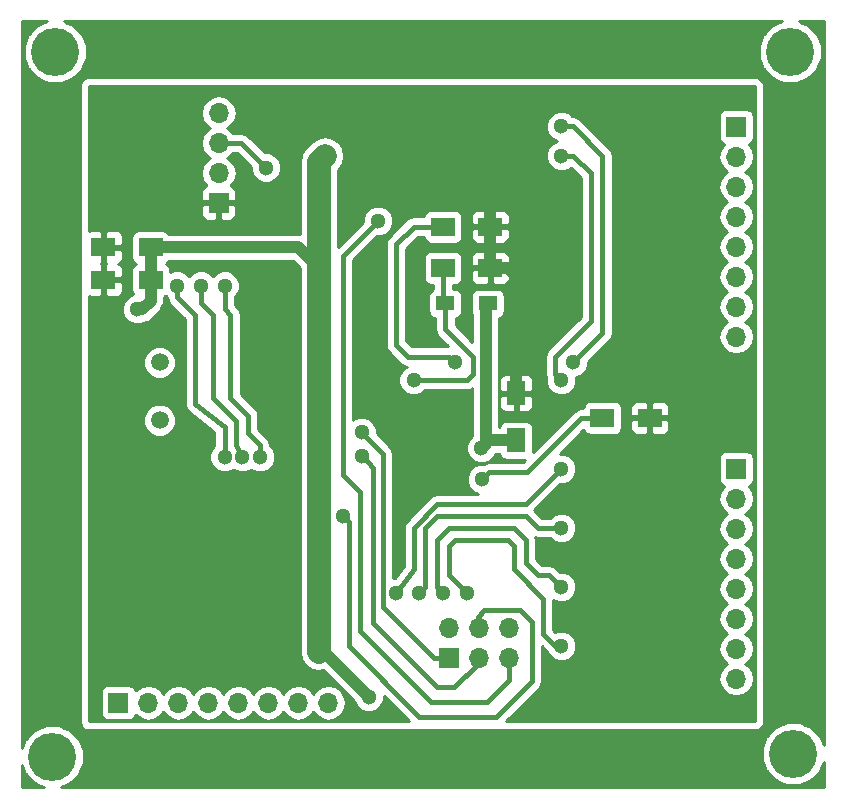
<source format=gbl>
G04 #@! TF.FileFunction,Copper,L2,Bot,Signal*
%FSLAX46Y46*%
G04 Gerber Fmt 4.6, Leading zero omitted, Abs format (unit mm)*
G04 Created by KiCad (PCBNEW 4.0.5) date 03/19/17 16:49:18*
%MOMM*%
%LPD*%
G01*
G04 APERTURE LIST*
%ADD10C,0.100000*%
%ADD11R,1.700000X1.700000*%
%ADD12O,1.700000X1.700000*%
%ADD13R,2.000000X1.600000*%
%ADD14R,1.600000X2.000000*%
%ADD15R,1.600200X1.198880*%
%ADD16C,1.500000*%
%ADD17C,4.064000*%
%ADD18C,1.300000*%
%ADD19C,1.000000*%
%ADD20C,0.450000*%
%ADD21C,2.000000*%
%ADD22C,0.400000*%
%ADD23C,0.254000*%
G04 APERTURE END LIST*
D10*
D11*
X171000000Y-142500000D03*
D12*
X171000000Y-139960000D03*
X173540000Y-142500000D03*
X173540000Y-139960000D03*
X176080000Y-142500000D03*
X176080000Y-139960000D03*
D11*
X151500000Y-104000000D03*
D12*
X151500000Y-101460000D03*
X151500000Y-98920000D03*
X151500000Y-96380000D03*
D13*
X145750000Y-107750000D03*
X141750000Y-107750000D03*
X145750000Y-110500000D03*
X141750000Y-110500000D03*
X170500000Y-109500000D03*
X174500000Y-109500000D03*
X170500000Y-106000000D03*
X174500000Y-106000000D03*
D14*
X176700000Y-120100000D03*
X176700000Y-124100000D03*
D13*
X184000000Y-122200000D03*
X188000000Y-122200000D03*
D15*
X170699140Y-112500000D03*
X174300860Y-112500000D03*
D11*
X195326000Y-126492000D03*
D12*
X195326000Y-129032000D03*
X195326000Y-131572000D03*
X195326000Y-134112000D03*
X195326000Y-136652000D03*
X195326000Y-139192000D03*
X195326000Y-141732000D03*
X195326000Y-144272000D03*
D11*
X195326000Y-97536000D03*
D12*
X195326000Y-100076000D03*
X195326000Y-102616000D03*
X195326000Y-105156000D03*
X195326000Y-107696000D03*
X195326000Y-110236000D03*
X195326000Y-112776000D03*
X195326000Y-115316000D03*
D11*
X143002000Y-146304000D03*
D12*
X145542000Y-146304000D03*
X148082000Y-146304000D03*
X150622000Y-146304000D03*
X153162000Y-146304000D03*
X155702000Y-146304000D03*
X158242000Y-146304000D03*
X160782000Y-146304000D03*
D16*
X146500000Y-117500000D03*
X146500000Y-122400000D03*
D17*
X137668000Y-91186000D03*
X199898000Y-91186000D03*
X200152000Y-150622000D03*
X137414000Y-150876000D03*
D18*
X144600000Y-113000000D03*
X164200000Y-145800000D03*
X173750000Y-124750000D03*
X160500000Y-100000000D03*
X147100000Y-113100000D03*
X166810140Y-121810140D03*
X177000000Y-117500000D03*
X175000000Y-103500000D03*
X168000000Y-119000000D03*
X171500000Y-117500000D03*
X173800000Y-127400000D03*
X153500000Y-125500000D03*
X150000000Y-111000000D03*
X152000000Y-111000000D03*
X155000000Y-125500000D03*
X162000000Y-130500000D03*
X163600008Y-123400000D03*
X163600000Y-125400000D03*
X180500000Y-100000000D03*
X180500000Y-119000000D03*
X180500000Y-97500000D03*
X181500000Y-117500000D03*
X165000000Y-105500000D03*
X155500000Y-101000000D03*
X152000000Y-125500000D03*
X148000000Y-111000000D03*
X166500000Y-137000000D03*
X180500000Y-126500000D03*
X180500000Y-131500000D03*
X168500000Y-137000000D03*
X170500000Y-137000000D03*
X180500000Y-136500000D03*
X180500000Y-141500000D03*
X172500000Y-137000000D03*
D19*
X164200000Y-145800000D02*
X160000000Y-141600000D01*
X160000000Y-141600000D02*
X160000000Y-140200000D01*
X145050000Y-113000000D02*
X144600000Y-113000000D01*
X145750000Y-112300000D02*
X145050000Y-113000000D01*
X145750000Y-110500000D02*
X145750000Y-112300000D01*
X145750000Y-107750000D02*
X145750000Y-110500000D01*
X176700000Y-124100000D02*
X174400000Y-124100000D01*
X174400000Y-124100000D02*
X173750000Y-124750000D01*
X173750000Y-124750000D02*
X174100000Y-124400000D01*
X174100000Y-124400000D02*
X174100000Y-112700860D01*
X174100000Y-112700860D02*
X174300860Y-112500000D01*
D20*
X160000000Y-140200000D02*
X160000000Y-140200000D01*
D19*
X145750000Y-107750000D02*
X158250000Y-107750000D01*
D21*
X160000000Y-109500000D02*
X160000000Y-140200000D01*
X160000000Y-140200000D02*
X160000000Y-142000000D01*
D19*
X158250000Y-107750000D02*
X160000000Y-109500000D01*
D21*
X160000000Y-100500000D02*
X160000000Y-109500000D01*
X160500000Y-100000000D02*
X160000000Y-100500000D01*
D19*
X160400000Y-139000000D02*
X160000000Y-139000000D01*
X160000000Y-139000000D02*
X160000000Y-140750000D01*
D21*
X160000000Y-142000000D02*
X160000000Y-140750000D01*
D19*
X176700000Y-120100000D02*
X176700000Y-117800000D01*
X176700000Y-117800000D02*
X177000000Y-117500000D01*
X174500000Y-109500000D02*
X176000000Y-109500000D01*
X176000000Y-109500000D02*
X177000000Y-110500000D01*
X177000000Y-110500000D02*
X177000000Y-117500000D01*
X174500000Y-106000000D02*
X174500000Y-104000000D01*
X174500000Y-104000000D02*
X175000000Y-103500000D01*
X174500000Y-109500000D02*
X174500000Y-106000000D01*
D20*
X170699140Y-112500000D02*
X170699140Y-114699140D01*
X168000000Y-119000000D02*
X168000000Y-119000000D01*
X172500000Y-119000000D02*
X168000000Y-119000000D01*
X173000000Y-118500000D02*
X172500000Y-119000000D01*
X173000000Y-117000000D02*
X173000000Y-118500000D01*
X170699140Y-114699140D02*
X173000000Y-117000000D01*
X170500000Y-109500000D02*
X170500000Y-112300860D01*
X170500000Y-112300860D02*
X170699140Y-112500000D01*
X168000000Y-106000000D02*
X170500000Y-106000000D01*
X166500000Y-107500000D02*
X168000000Y-106000000D01*
X166500000Y-116000000D02*
X166500000Y-107500000D01*
X167500000Y-117000000D02*
X166500000Y-116000000D01*
X171000000Y-117000000D02*
X167500000Y-117000000D01*
X171500000Y-117500000D02*
X171000000Y-117000000D01*
D22*
X182200000Y-122200000D02*
X184000000Y-122200000D01*
X177600000Y-126800000D02*
X182200000Y-122200000D01*
X174400000Y-126800000D02*
X177600000Y-126800000D01*
X173800000Y-127400000D02*
X174400000Y-126800000D01*
D20*
X151000000Y-114000000D02*
X151000000Y-113500000D01*
X151000000Y-113500000D02*
X150000000Y-112500000D01*
X150000000Y-112500000D02*
X150000000Y-111000000D01*
X151000000Y-120500000D02*
X151000000Y-114000000D01*
X153000000Y-122500000D02*
X151000000Y-120500000D01*
X153000000Y-123500000D02*
X153000000Y-122500000D01*
X153000000Y-124500000D02*
X153000000Y-123500000D01*
X153500000Y-125500000D02*
X153000000Y-124500000D01*
X152500000Y-113500000D02*
X152000000Y-113000000D01*
X152000000Y-113000000D02*
X152000000Y-111000000D01*
X154000000Y-123500000D02*
X155000000Y-124500000D01*
X154000000Y-122500000D02*
X154000000Y-122000000D01*
X154000000Y-122000000D02*
X152500000Y-120500000D01*
X155000000Y-124500000D02*
X155000000Y-125500000D01*
X154000000Y-122500000D02*
X154000000Y-123500000D01*
X152500000Y-113500000D02*
X152500000Y-120500000D01*
X173460000Y-140460000D02*
X173460000Y-139040000D01*
X162500000Y-131000000D02*
X162000000Y-130500000D01*
X162500000Y-141500000D02*
X162500000Y-131000000D01*
X168500000Y-147500000D02*
X162500000Y-141500000D01*
X175000000Y-147500000D02*
X168500000Y-147500000D01*
X178000000Y-144500000D02*
X175000000Y-147500000D01*
X178000000Y-139500000D02*
X178000000Y-144500000D01*
X177000000Y-138500000D02*
X178000000Y-139500000D01*
X174000000Y-138500000D02*
X177000000Y-138500000D01*
X173460000Y-139040000D02*
X174000000Y-138500000D01*
X165424999Y-125224991D02*
X164250007Y-124049999D01*
X165424999Y-138224999D02*
X165424999Y-125224991D01*
X164250007Y-124049999D02*
X163600008Y-123400000D01*
X169700000Y-142500000D02*
X165424999Y-138224999D01*
X171000000Y-142500000D02*
X169700000Y-142500000D01*
X164249999Y-126049999D02*
X163600000Y-125400000D01*
X170000000Y-145000000D02*
X164600000Y-139600000D01*
X173460000Y-143000000D02*
X171460000Y-145000000D01*
X171460000Y-145000000D02*
X170000000Y-145000000D01*
X164600000Y-139600000D02*
X164600000Y-126400000D01*
X164600000Y-126400000D02*
X164249999Y-126049999D01*
X181500000Y-100000000D02*
X180500000Y-100000000D01*
X183000000Y-101500000D02*
X181500000Y-100000000D01*
X183000000Y-114000000D02*
X183000000Y-101500000D01*
X180000000Y-117000000D02*
X183000000Y-114000000D01*
X180000000Y-118500000D02*
X180000000Y-117000000D01*
X180500000Y-119000000D02*
X180000000Y-118500000D01*
X181500000Y-97500000D02*
X180500000Y-97500000D01*
X184000000Y-100000000D02*
X181500000Y-97500000D01*
X184000000Y-115000000D02*
X184000000Y-100000000D01*
X181500000Y-117500000D02*
X184000000Y-115000000D01*
D22*
X176080000Y-144420000D02*
X176080000Y-142500000D01*
X174250000Y-146250000D02*
X176080000Y-144420000D01*
X169500000Y-146250000D02*
X174250000Y-146250000D01*
X163500000Y-140250000D02*
X169500000Y-146250000D01*
X163500000Y-128500000D02*
X163500000Y-140250000D01*
X162000000Y-127000000D02*
X163500000Y-128500000D01*
X162000000Y-108500000D02*
X162000000Y-127000000D01*
X165000000Y-105500000D02*
X162000000Y-108500000D01*
X176000000Y-142580000D02*
X176080000Y-142500000D01*
D20*
X153420000Y-98920000D02*
X151500000Y-98920000D01*
X155500000Y-101000000D02*
X153420000Y-98920000D01*
X149500000Y-114500000D02*
X149500000Y-113500000D01*
X149500000Y-113500000D02*
X148000000Y-112000000D01*
X148000000Y-112000000D02*
X148000000Y-111000000D01*
X149500000Y-121000000D02*
X149500000Y-114500000D01*
X152000000Y-123000000D02*
X149500000Y-121000000D01*
X152000000Y-124000000D02*
X152000000Y-123000000D01*
X152000000Y-125000000D02*
X152000000Y-124000000D01*
X152000000Y-125500000D02*
X152000000Y-125000000D01*
D22*
X166500000Y-137000000D02*
X168000000Y-135000000D01*
X168000000Y-135000000D02*
X168000000Y-134000000D01*
X168000000Y-131500000D02*
X168000000Y-134000000D01*
X168000000Y-134000000D02*
X168000000Y-135000000D01*
X170000000Y-129500000D02*
X168000000Y-131500000D01*
X177500000Y-129500000D02*
X170000000Y-129500000D01*
X180500000Y-126500000D02*
X177500000Y-129500000D01*
X178500000Y-131500000D02*
X180500000Y-131500000D01*
X177500000Y-130500000D02*
X178500000Y-131500000D01*
X173500000Y-130500000D02*
X177500000Y-130500000D01*
X170000000Y-130500000D02*
X173500000Y-130500000D01*
X169000000Y-131500000D02*
X170000000Y-130500000D01*
X169000000Y-136500000D02*
X169000000Y-131500000D01*
X168500000Y-137000000D02*
X169000000Y-136500000D01*
X170000000Y-136500000D02*
X170500000Y-137000000D01*
X170000000Y-132500000D02*
X170000000Y-136500000D01*
X171000000Y-131500000D02*
X170000000Y-132500000D01*
X176500000Y-131500000D02*
X171000000Y-131500000D01*
X177500000Y-132500000D02*
X176500000Y-131500000D01*
X177500000Y-134500000D02*
X177500000Y-132500000D01*
X178500000Y-135500000D02*
X177500000Y-134500000D01*
X179500000Y-135500000D02*
X178500000Y-135500000D01*
X180500000Y-136500000D02*
X179500000Y-135500000D01*
X180000000Y-141500000D02*
X180500000Y-141500000D01*
X179000000Y-140500000D02*
X180000000Y-141500000D01*
X179000000Y-137500000D02*
X179000000Y-140500000D01*
X176500000Y-135000000D02*
X179000000Y-137500000D01*
X176500000Y-133000000D02*
X176500000Y-135000000D01*
X176000000Y-132500000D02*
X176500000Y-133000000D01*
X171500000Y-132500000D02*
X176000000Y-132500000D01*
X171000000Y-133000000D02*
X171500000Y-132500000D01*
X171000000Y-135500000D02*
X171000000Y-133000000D01*
X172500000Y-137000000D02*
X171000000Y-135500000D01*
D23*
G36*
X196873000Y-147873000D02*
X175843224Y-147873000D01*
X178608112Y-145108112D01*
X178794537Y-144829107D01*
X178860000Y-144500000D01*
X178860000Y-141540868D01*
X179314176Y-141995044D01*
X179409995Y-142226943D01*
X179771155Y-142588735D01*
X180243276Y-142784777D01*
X180754481Y-142785223D01*
X181226943Y-142590005D01*
X181588735Y-142228845D01*
X181784777Y-141756724D01*
X181785223Y-141245519D01*
X181590005Y-140773057D01*
X181228845Y-140411265D01*
X180756724Y-140215223D01*
X180245519Y-140214777D01*
X179997942Y-140317074D01*
X179835000Y-140154132D01*
X179835000Y-137615246D01*
X180243276Y-137784777D01*
X180754481Y-137785223D01*
X181226943Y-137590005D01*
X181588735Y-137228845D01*
X181784777Y-136756724D01*
X181785223Y-136245519D01*
X181590005Y-135773057D01*
X181228845Y-135411265D01*
X180756724Y-135215223D01*
X180395776Y-135214908D01*
X180090434Y-134909566D01*
X179955702Y-134819541D01*
X179819541Y-134728561D01*
X179500000Y-134665000D01*
X178845868Y-134665000D01*
X178335000Y-134154132D01*
X178335000Y-132500000D01*
X178294030Y-132294030D01*
X178500000Y-132335000D01*
X179517863Y-132335000D01*
X179771155Y-132588735D01*
X180243276Y-132784777D01*
X180754481Y-132785223D01*
X181226943Y-132590005D01*
X181588735Y-132228845D01*
X181784777Y-131756724D01*
X181785223Y-131245519D01*
X181590005Y-130773057D01*
X181228845Y-130411265D01*
X180756724Y-130215223D01*
X180245519Y-130214777D01*
X179773057Y-130409995D01*
X179517606Y-130665000D01*
X178845868Y-130665000D01*
X178180868Y-130000000D01*
X179148868Y-129032000D01*
X193811907Y-129032000D01*
X193924946Y-129600285D01*
X194246853Y-130082054D01*
X194576026Y-130302000D01*
X194246853Y-130521946D01*
X193924946Y-131003715D01*
X193811907Y-131572000D01*
X193924946Y-132140285D01*
X194246853Y-132622054D01*
X194576026Y-132842000D01*
X194246853Y-133061946D01*
X193924946Y-133543715D01*
X193811907Y-134112000D01*
X193924946Y-134680285D01*
X194246853Y-135162054D01*
X194576026Y-135382000D01*
X194246853Y-135601946D01*
X193924946Y-136083715D01*
X193811907Y-136652000D01*
X193924946Y-137220285D01*
X194246853Y-137702054D01*
X194576026Y-137922000D01*
X194246853Y-138141946D01*
X193924946Y-138623715D01*
X193811907Y-139192000D01*
X193924946Y-139760285D01*
X194246853Y-140242054D01*
X194576026Y-140462000D01*
X194246853Y-140681946D01*
X193924946Y-141163715D01*
X193811907Y-141732000D01*
X193924946Y-142300285D01*
X194246853Y-142782054D01*
X194576026Y-143002000D01*
X194246853Y-143221946D01*
X193924946Y-143703715D01*
X193811907Y-144272000D01*
X193924946Y-144840285D01*
X194246853Y-145322054D01*
X194728622Y-145643961D01*
X195296907Y-145757000D01*
X195355093Y-145757000D01*
X195923378Y-145643961D01*
X196405147Y-145322054D01*
X196727054Y-144840285D01*
X196840093Y-144272000D01*
X196727054Y-143703715D01*
X196405147Y-143221946D01*
X196075974Y-143002000D01*
X196405147Y-142782054D01*
X196727054Y-142300285D01*
X196840093Y-141732000D01*
X196727054Y-141163715D01*
X196405147Y-140681946D01*
X196075974Y-140462000D01*
X196405147Y-140242054D01*
X196727054Y-139760285D01*
X196840093Y-139192000D01*
X196727054Y-138623715D01*
X196405147Y-138141946D01*
X196075974Y-137922000D01*
X196405147Y-137702054D01*
X196727054Y-137220285D01*
X196840093Y-136652000D01*
X196727054Y-136083715D01*
X196405147Y-135601946D01*
X196075974Y-135382000D01*
X196405147Y-135162054D01*
X196727054Y-134680285D01*
X196840093Y-134112000D01*
X196727054Y-133543715D01*
X196405147Y-133061946D01*
X196075974Y-132842000D01*
X196405147Y-132622054D01*
X196727054Y-132140285D01*
X196840093Y-131572000D01*
X196727054Y-131003715D01*
X196405147Y-130521946D01*
X196075974Y-130302000D01*
X196405147Y-130082054D01*
X196727054Y-129600285D01*
X196840093Y-129032000D01*
X196727054Y-128463715D01*
X196405147Y-127981946D01*
X196363548Y-127954150D01*
X196411317Y-127945162D01*
X196627441Y-127806090D01*
X196772431Y-127593890D01*
X196823440Y-127342000D01*
X196823440Y-125642000D01*
X196779162Y-125406683D01*
X196640090Y-125190559D01*
X196427890Y-125045569D01*
X196176000Y-124994560D01*
X194476000Y-124994560D01*
X194240683Y-125038838D01*
X194024559Y-125177910D01*
X193879569Y-125390110D01*
X193828560Y-125642000D01*
X193828560Y-127342000D01*
X193872838Y-127577317D01*
X194011910Y-127793441D01*
X194224110Y-127938431D01*
X194291541Y-127952086D01*
X194246853Y-127981946D01*
X193924946Y-128463715D01*
X193811907Y-129032000D01*
X179148868Y-129032000D01*
X180395958Y-127784910D01*
X180754481Y-127785223D01*
X181226943Y-127590005D01*
X181588735Y-127228845D01*
X181784777Y-126756724D01*
X181785223Y-126245519D01*
X181590005Y-125773057D01*
X181228845Y-125411265D01*
X180756724Y-125215223D01*
X180365986Y-125214882D01*
X182388716Y-123192152D01*
X182396838Y-123235317D01*
X182535910Y-123451441D01*
X182748110Y-123596431D01*
X183000000Y-123647440D01*
X185000000Y-123647440D01*
X185235317Y-123603162D01*
X185451441Y-123464090D01*
X185596431Y-123251890D01*
X185647440Y-123000000D01*
X185647440Y-122485750D01*
X186365000Y-122485750D01*
X186365000Y-123126310D01*
X186461673Y-123359699D01*
X186640302Y-123538327D01*
X186873691Y-123635000D01*
X187714250Y-123635000D01*
X187873000Y-123476250D01*
X187873000Y-122327000D01*
X188127000Y-122327000D01*
X188127000Y-123476250D01*
X188285750Y-123635000D01*
X189126309Y-123635000D01*
X189359698Y-123538327D01*
X189538327Y-123359699D01*
X189635000Y-123126310D01*
X189635000Y-122485750D01*
X189476250Y-122327000D01*
X188127000Y-122327000D01*
X187873000Y-122327000D01*
X186523750Y-122327000D01*
X186365000Y-122485750D01*
X185647440Y-122485750D01*
X185647440Y-121400000D01*
X185623674Y-121273690D01*
X186365000Y-121273690D01*
X186365000Y-121914250D01*
X186523750Y-122073000D01*
X187873000Y-122073000D01*
X187873000Y-120923750D01*
X188127000Y-120923750D01*
X188127000Y-122073000D01*
X189476250Y-122073000D01*
X189635000Y-121914250D01*
X189635000Y-121273690D01*
X189538327Y-121040301D01*
X189359698Y-120861673D01*
X189126309Y-120765000D01*
X188285750Y-120765000D01*
X188127000Y-120923750D01*
X187873000Y-120923750D01*
X187714250Y-120765000D01*
X186873691Y-120765000D01*
X186640302Y-120861673D01*
X186461673Y-121040301D01*
X186365000Y-121273690D01*
X185623674Y-121273690D01*
X185603162Y-121164683D01*
X185464090Y-120948559D01*
X185251890Y-120803569D01*
X185000000Y-120752560D01*
X183000000Y-120752560D01*
X182764683Y-120796838D01*
X182548559Y-120935910D01*
X182403569Y-121148110D01*
X182359648Y-121365000D01*
X182200000Y-121365000D01*
X181880459Y-121428561D01*
X181659427Y-121576250D01*
X181609566Y-121609566D01*
X178147440Y-125071692D01*
X178147440Y-123100000D01*
X178103162Y-122864683D01*
X177964090Y-122648559D01*
X177751890Y-122503569D01*
X177500000Y-122452560D01*
X175900000Y-122452560D01*
X175664683Y-122496838D01*
X175448559Y-122635910D01*
X175303569Y-122848110D01*
X175279898Y-122965000D01*
X175235000Y-122965000D01*
X175235000Y-120385750D01*
X175265000Y-120385750D01*
X175265000Y-121226309D01*
X175361673Y-121459698D01*
X175540301Y-121638327D01*
X175773690Y-121735000D01*
X176414250Y-121735000D01*
X176573000Y-121576250D01*
X176573000Y-120227000D01*
X176827000Y-120227000D01*
X176827000Y-121576250D01*
X176985750Y-121735000D01*
X177626310Y-121735000D01*
X177859699Y-121638327D01*
X178038327Y-121459698D01*
X178135000Y-121226309D01*
X178135000Y-120385750D01*
X177976250Y-120227000D01*
X176827000Y-120227000D01*
X176573000Y-120227000D01*
X175423750Y-120227000D01*
X175265000Y-120385750D01*
X175235000Y-120385750D01*
X175235000Y-118973691D01*
X175265000Y-118973691D01*
X175265000Y-119814250D01*
X175423750Y-119973000D01*
X176573000Y-119973000D01*
X176573000Y-118623750D01*
X176827000Y-118623750D01*
X176827000Y-119973000D01*
X177976250Y-119973000D01*
X178135000Y-119814250D01*
X178135000Y-118973691D01*
X178038327Y-118740302D01*
X177859699Y-118561673D01*
X177626310Y-118465000D01*
X176985750Y-118465000D01*
X176827000Y-118623750D01*
X176573000Y-118623750D01*
X176414250Y-118465000D01*
X175773690Y-118465000D01*
X175540301Y-118561673D01*
X175361673Y-118740302D01*
X175265000Y-118973691D01*
X175235000Y-118973691D01*
X175235000Y-117000000D01*
X179140000Y-117000000D01*
X179140000Y-118500000D01*
X179205464Y-118829108D01*
X179215135Y-118843582D01*
X179214777Y-119254481D01*
X179409995Y-119726943D01*
X179771155Y-120088735D01*
X180243276Y-120284777D01*
X180754481Y-120285223D01*
X181226943Y-120090005D01*
X181588735Y-119728845D01*
X181784777Y-119256724D01*
X181785199Y-118772530D01*
X182226943Y-118590005D01*
X182588735Y-118228845D01*
X182784777Y-117756724D01*
X182785061Y-117431163D01*
X184608112Y-115608112D01*
X184684575Y-115493676D01*
X184794536Y-115329108D01*
X184860000Y-115000000D01*
X184860000Y-100076000D01*
X193811907Y-100076000D01*
X193924946Y-100644285D01*
X194246853Y-101126054D01*
X194576026Y-101346000D01*
X194246853Y-101565946D01*
X193924946Y-102047715D01*
X193811907Y-102616000D01*
X193924946Y-103184285D01*
X194246853Y-103666054D01*
X194576026Y-103886000D01*
X194246853Y-104105946D01*
X193924946Y-104587715D01*
X193811907Y-105156000D01*
X193924946Y-105724285D01*
X194246853Y-106206054D01*
X194576026Y-106426000D01*
X194246853Y-106645946D01*
X193924946Y-107127715D01*
X193811907Y-107696000D01*
X193924946Y-108264285D01*
X194246853Y-108746054D01*
X194576026Y-108966000D01*
X194246853Y-109185946D01*
X193924946Y-109667715D01*
X193811907Y-110236000D01*
X193924946Y-110804285D01*
X194246853Y-111286054D01*
X194576026Y-111506000D01*
X194246853Y-111725946D01*
X193924946Y-112207715D01*
X193811907Y-112776000D01*
X193924946Y-113344285D01*
X194246853Y-113826054D01*
X194576026Y-114046000D01*
X194246853Y-114265946D01*
X193924946Y-114747715D01*
X193811907Y-115316000D01*
X193924946Y-115884285D01*
X194246853Y-116366054D01*
X194728622Y-116687961D01*
X195296907Y-116801000D01*
X195355093Y-116801000D01*
X195923378Y-116687961D01*
X196405147Y-116366054D01*
X196727054Y-115884285D01*
X196840093Y-115316000D01*
X196727054Y-114747715D01*
X196405147Y-114265946D01*
X196075974Y-114046000D01*
X196405147Y-113826054D01*
X196727054Y-113344285D01*
X196840093Y-112776000D01*
X196727054Y-112207715D01*
X196405147Y-111725946D01*
X196075974Y-111506000D01*
X196405147Y-111286054D01*
X196727054Y-110804285D01*
X196840093Y-110236000D01*
X196727054Y-109667715D01*
X196405147Y-109185946D01*
X196075974Y-108966000D01*
X196405147Y-108746054D01*
X196727054Y-108264285D01*
X196840093Y-107696000D01*
X196727054Y-107127715D01*
X196405147Y-106645946D01*
X196075974Y-106426000D01*
X196405147Y-106206054D01*
X196727054Y-105724285D01*
X196840093Y-105156000D01*
X196727054Y-104587715D01*
X196405147Y-104105946D01*
X196075974Y-103886000D01*
X196405147Y-103666054D01*
X196727054Y-103184285D01*
X196840093Y-102616000D01*
X196727054Y-102047715D01*
X196405147Y-101565946D01*
X196075974Y-101346000D01*
X196405147Y-101126054D01*
X196727054Y-100644285D01*
X196840093Y-100076000D01*
X196727054Y-99507715D01*
X196405147Y-99025946D01*
X196363548Y-98998150D01*
X196411317Y-98989162D01*
X196627441Y-98850090D01*
X196772431Y-98637890D01*
X196823440Y-98386000D01*
X196823440Y-96686000D01*
X196779162Y-96450683D01*
X196640090Y-96234559D01*
X196427890Y-96089569D01*
X196176000Y-96038560D01*
X194476000Y-96038560D01*
X194240683Y-96082838D01*
X194024559Y-96221910D01*
X193879569Y-96434110D01*
X193828560Y-96686000D01*
X193828560Y-98386000D01*
X193872838Y-98621317D01*
X194011910Y-98837441D01*
X194224110Y-98982431D01*
X194291541Y-98996086D01*
X194246853Y-99025946D01*
X193924946Y-99507715D01*
X193811907Y-100076000D01*
X184860000Y-100076000D01*
X184860000Y-100000000D01*
X184794536Y-99670892D01*
X184608112Y-99391888D01*
X182108112Y-96891888D01*
X181930268Y-96773057D01*
X181829108Y-96705464D01*
X181500000Y-96640000D01*
X181457180Y-96640000D01*
X181228845Y-96411265D01*
X180756724Y-96215223D01*
X180245519Y-96214777D01*
X179773057Y-96409995D01*
X179411265Y-96771155D01*
X179215223Y-97243276D01*
X179214777Y-97754481D01*
X179409995Y-98226943D01*
X179771155Y-98588735D01*
X180159898Y-98750155D01*
X179773057Y-98909995D01*
X179411265Y-99271155D01*
X179215223Y-99743276D01*
X179214777Y-100254481D01*
X179409995Y-100726943D01*
X179771155Y-101088735D01*
X180243276Y-101284777D01*
X180754481Y-101285223D01*
X181226943Y-101090005D01*
X181300426Y-101016650D01*
X182140000Y-101856224D01*
X182140000Y-113643776D01*
X179391888Y-116391888D01*
X179205464Y-116670892D01*
X179140000Y-117000000D01*
X175235000Y-117000000D01*
X175235000Y-113721659D01*
X175336277Y-113702602D01*
X175552401Y-113563530D01*
X175697391Y-113351330D01*
X175748400Y-113099440D01*
X175748400Y-111900560D01*
X175704122Y-111665243D01*
X175565050Y-111449119D01*
X175352850Y-111304129D01*
X175100960Y-111253120D01*
X173500760Y-111253120D01*
X173265443Y-111297398D01*
X173049319Y-111436470D01*
X172904329Y-111648670D01*
X172853320Y-111900560D01*
X172853320Y-113099440D01*
X172897598Y-113334757D01*
X172965000Y-113439503D01*
X172965000Y-115748776D01*
X171559140Y-114342916D01*
X171559140Y-113735609D01*
X171734557Y-113702602D01*
X171950681Y-113563530D01*
X172095671Y-113351330D01*
X172146680Y-113099440D01*
X172146680Y-111900560D01*
X172102402Y-111665243D01*
X171963330Y-111449119D01*
X171751130Y-111304129D01*
X171499240Y-111253120D01*
X171360000Y-111253120D01*
X171360000Y-110947440D01*
X171500000Y-110947440D01*
X171735317Y-110903162D01*
X171951441Y-110764090D01*
X172096431Y-110551890D01*
X172147440Y-110300000D01*
X172147440Y-109785750D01*
X172865000Y-109785750D01*
X172865000Y-110426310D01*
X172961673Y-110659699D01*
X173140302Y-110838327D01*
X173373691Y-110935000D01*
X174214250Y-110935000D01*
X174373000Y-110776250D01*
X174373000Y-109627000D01*
X174627000Y-109627000D01*
X174627000Y-110776250D01*
X174785750Y-110935000D01*
X175626309Y-110935000D01*
X175859698Y-110838327D01*
X176038327Y-110659699D01*
X176135000Y-110426310D01*
X176135000Y-109785750D01*
X175976250Y-109627000D01*
X174627000Y-109627000D01*
X174373000Y-109627000D01*
X173023750Y-109627000D01*
X172865000Y-109785750D01*
X172147440Y-109785750D01*
X172147440Y-108700000D01*
X172123674Y-108573690D01*
X172865000Y-108573690D01*
X172865000Y-109214250D01*
X173023750Y-109373000D01*
X174373000Y-109373000D01*
X174373000Y-108223750D01*
X174627000Y-108223750D01*
X174627000Y-109373000D01*
X175976250Y-109373000D01*
X176135000Y-109214250D01*
X176135000Y-108573690D01*
X176038327Y-108340301D01*
X175859698Y-108161673D01*
X175626309Y-108065000D01*
X174785750Y-108065000D01*
X174627000Y-108223750D01*
X174373000Y-108223750D01*
X174214250Y-108065000D01*
X173373691Y-108065000D01*
X173140302Y-108161673D01*
X172961673Y-108340301D01*
X172865000Y-108573690D01*
X172123674Y-108573690D01*
X172103162Y-108464683D01*
X171964090Y-108248559D01*
X171751890Y-108103569D01*
X171500000Y-108052560D01*
X169500000Y-108052560D01*
X169264683Y-108096838D01*
X169048559Y-108235910D01*
X168903569Y-108448110D01*
X168852560Y-108700000D01*
X168852560Y-110300000D01*
X168896838Y-110535317D01*
X169035910Y-110751441D01*
X169248110Y-110896431D01*
X169500000Y-110947440D01*
X169640000Y-110947440D01*
X169640000Y-111312663D01*
X169447599Y-111436470D01*
X169302609Y-111648670D01*
X169251600Y-111900560D01*
X169251600Y-113099440D01*
X169295878Y-113334757D01*
X169434950Y-113550881D01*
X169647150Y-113695871D01*
X169839140Y-113734750D01*
X169839140Y-114699140D01*
X169904604Y-115028248D01*
X169979274Y-115140000D01*
X170091028Y-115307252D01*
X170923776Y-116140000D01*
X167856224Y-116140000D01*
X167360000Y-115643776D01*
X167360000Y-107856224D01*
X168356224Y-106860000D01*
X168863850Y-106860000D01*
X168896838Y-107035317D01*
X169035910Y-107251441D01*
X169248110Y-107396431D01*
X169500000Y-107447440D01*
X171500000Y-107447440D01*
X171735317Y-107403162D01*
X171951441Y-107264090D01*
X172096431Y-107051890D01*
X172147440Y-106800000D01*
X172147440Y-106285750D01*
X172865000Y-106285750D01*
X172865000Y-106926310D01*
X172961673Y-107159699D01*
X173140302Y-107338327D01*
X173373691Y-107435000D01*
X174214250Y-107435000D01*
X174373000Y-107276250D01*
X174373000Y-106127000D01*
X174627000Y-106127000D01*
X174627000Y-107276250D01*
X174785750Y-107435000D01*
X175626309Y-107435000D01*
X175859698Y-107338327D01*
X176038327Y-107159699D01*
X176135000Y-106926310D01*
X176135000Y-106285750D01*
X175976250Y-106127000D01*
X174627000Y-106127000D01*
X174373000Y-106127000D01*
X173023750Y-106127000D01*
X172865000Y-106285750D01*
X172147440Y-106285750D01*
X172147440Y-105200000D01*
X172123674Y-105073690D01*
X172865000Y-105073690D01*
X172865000Y-105714250D01*
X173023750Y-105873000D01*
X174373000Y-105873000D01*
X174373000Y-104723750D01*
X174627000Y-104723750D01*
X174627000Y-105873000D01*
X175976250Y-105873000D01*
X176135000Y-105714250D01*
X176135000Y-105073690D01*
X176038327Y-104840301D01*
X175859698Y-104661673D01*
X175626309Y-104565000D01*
X174785750Y-104565000D01*
X174627000Y-104723750D01*
X174373000Y-104723750D01*
X174214250Y-104565000D01*
X173373691Y-104565000D01*
X173140302Y-104661673D01*
X172961673Y-104840301D01*
X172865000Y-105073690D01*
X172123674Y-105073690D01*
X172103162Y-104964683D01*
X171964090Y-104748559D01*
X171751890Y-104603569D01*
X171500000Y-104552560D01*
X169500000Y-104552560D01*
X169264683Y-104596838D01*
X169048559Y-104735910D01*
X168903569Y-104948110D01*
X168864710Y-105140000D01*
X168000000Y-105140000D01*
X167670892Y-105205464D01*
X167391888Y-105391888D01*
X165891888Y-106891888D01*
X165705464Y-107170892D01*
X165640000Y-107500000D01*
X165640000Y-116000000D01*
X165705464Y-116329108D01*
X165891888Y-116608112D01*
X166891888Y-117608112D01*
X167170893Y-117794537D01*
X167428481Y-117845775D01*
X167273057Y-117909995D01*
X166911265Y-118271155D01*
X166715223Y-118743276D01*
X166714777Y-119254481D01*
X166909995Y-119726943D01*
X167271155Y-120088735D01*
X167743276Y-120284777D01*
X168254481Y-120285223D01*
X168726943Y-120090005D01*
X168957350Y-119860000D01*
X172500000Y-119860000D01*
X172829108Y-119794536D01*
X172965000Y-119703736D01*
X172965000Y-123717951D01*
X172661265Y-124021155D01*
X172465223Y-124493276D01*
X172464777Y-125004481D01*
X172659995Y-125476943D01*
X173021155Y-125838735D01*
X173493276Y-126034777D01*
X174004481Y-126035223D01*
X174476943Y-125840005D01*
X174838735Y-125478845D01*
X174939988Y-125235000D01*
X175277962Y-125235000D01*
X175296838Y-125335317D01*
X175435910Y-125551441D01*
X175648110Y-125696431D01*
X175900000Y-125747440D01*
X177471692Y-125747440D01*
X177254132Y-125965000D01*
X174400000Y-125965000D01*
X174080459Y-126028561D01*
X173950898Y-126115131D01*
X173545519Y-126114777D01*
X173073057Y-126309995D01*
X172711265Y-126671155D01*
X172515223Y-127143276D01*
X172514777Y-127654481D01*
X172709995Y-128126943D01*
X173071155Y-128488735D01*
X173495648Y-128665000D01*
X170000000Y-128665000D01*
X169680459Y-128728561D01*
X169409566Y-128909566D01*
X167409566Y-130909566D01*
X167228561Y-131180459D01*
X167165000Y-131500000D01*
X167165000Y-134721667D01*
X166420053Y-135714929D01*
X166284999Y-135714811D01*
X166284999Y-125224996D01*
X166285000Y-125224991D01*
X166219536Y-124895884D01*
X166033111Y-124616879D01*
X164884949Y-123468717D01*
X164885231Y-123145519D01*
X164690013Y-122673057D01*
X164328853Y-122311265D01*
X163856732Y-122115223D01*
X163345527Y-122114777D01*
X162873065Y-122309995D01*
X162835000Y-122347994D01*
X162835000Y-108845868D01*
X164895958Y-106784910D01*
X165254481Y-106785223D01*
X165726943Y-106590005D01*
X166088735Y-106228845D01*
X166284777Y-105756724D01*
X166285223Y-105245519D01*
X166090005Y-104773057D01*
X165728845Y-104411265D01*
X165256724Y-104215223D01*
X164745519Y-104214777D01*
X164273057Y-104409995D01*
X163911265Y-104771155D01*
X163715223Y-105243276D01*
X163714908Y-105604224D01*
X161635000Y-107684132D01*
X161635000Y-101177239D01*
X161656120Y-101156119D01*
X162010543Y-100625688D01*
X162135001Y-100000000D01*
X162010543Y-99374312D01*
X161656120Y-98843880D01*
X161125688Y-98489457D01*
X160500000Y-98364999D01*
X159874312Y-98489457D01*
X159343881Y-98843880D01*
X158843880Y-99343880D01*
X158489457Y-99874312D01*
X158364999Y-100500000D01*
X158365000Y-100500005D01*
X158365000Y-106637875D01*
X158250000Y-106615000D01*
X147289018Y-106615000D01*
X147214090Y-106498559D01*
X147001890Y-106353569D01*
X146750000Y-106302560D01*
X144750000Y-106302560D01*
X144514683Y-106346838D01*
X144298559Y-106485910D01*
X144153569Y-106698110D01*
X144102560Y-106950000D01*
X144102560Y-108550000D01*
X144146838Y-108785317D01*
X144285910Y-109001441D01*
X144468769Y-109126383D01*
X144298559Y-109235910D01*
X144153569Y-109448110D01*
X144102560Y-109700000D01*
X144102560Y-111300000D01*
X144146838Y-111535317D01*
X144279793Y-111741935D01*
X143873057Y-111909995D01*
X143511265Y-112271155D01*
X143315223Y-112743276D01*
X143314777Y-113254481D01*
X143509995Y-113726943D01*
X143871155Y-114088735D01*
X144343276Y-114284777D01*
X144854481Y-114285223D01*
X145326943Y-114090005D01*
X145339569Y-114077401D01*
X145484346Y-114048603D01*
X145852566Y-113802566D01*
X146552566Y-113102567D01*
X146798603Y-112734346D01*
X146805264Y-112700860D01*
X146885000Y-112300000D01*
X146885000Y-111922038D01*
X146985317Y-111903162D01*
X147046564Y-111863751D01*
X147140000Y-111957350D01*
X147140000Y-112000000D01*
X147205464Y-112329108D01*
X147319650Y-112500000D01*
X147391888Y-112608112D01*
X148640000Y-113856224D01*
X148640000Y-121000000D01*
X148649371Y-121047112D01*
X148645260Y-121094971D01*
X148681846Y-121210373D01*
X148705464Y-121329108D01*
X148732151Y-121369047D01*
X148746667Y-121414836D01*
X148824628Y-121507450D01*
X148891888Y-121608112D01*
X148931828Y-121634799D01*
X148962762Y-121671547D01*
X151140000Y-123413337D01*
X151140000Y-124542820D01*
X150911265Y-124771155D01*
X150715223Y-125243276D01*
X150714777Y-125754481D01*
X150909995Y-126226943D01*
X151271155Y-126588735D01*
X151743276Y-126784777D01*
X152254481Y-126785223D01*
X152726943Y-126590005D01*
X152749723Y-126567265D01*
X152771155Y-126588735D01*
X153243276Y-126784777D01*
X153754481Y-126785223D01*
X154226943Y-126590005D01*
X154249723Y-126567265D01*
X154271155Y-126588735D01*
X154743276Y-126784777D01*
X155254481Y-126785223D01*
X155726943Y-126590005D01*
X156088735Y-126228845D01*
X156284777Y-125756724D01*
X156285223Y-125245519D01*
X156090005Y-124773057D01*
X155860000Y-124542650D01*
X155860000Y-124500005D01*
X155860001Y-124500000D01*
X155794537Y-124170893D01*
X155608112Y-123891888D01*
X154860000Y-123143776D01*
X154860000Y-122000000D01*
X154794536Y-121670892D01*
X154608112Y-121391888D01*
X153360000Y-120143776D01*
X153360000Y-113500000D01*
X153294536Y-113170892D01*
X153108112Y-112891888D01*
X152860000Y-112643776D01*
X152860000Y-111957180D01*
X153088735Y-111728845D01*
X153284777Y-111256724D01*
X153285223Y-110745519D01*
X153090005Y-110273057D01*
X152728845Y-109911265D01*
X152256724Y-109715223D01*
X151745519Y-109714777D01*
X151273057Y-109909995D01*
X150999840Y-110182734D01*
X150728845Y-109911265D01*
X150256724Y-109715223D01*
X149745519Y-109714777D01*
X149273057Y-109909995D01*
X148999840Y-110182734D01*
X148728845Y-109911265D01*
X148256724Y-109715223D01*
X147745519Y-109714777D01*
X147397440Y-109858601D01*
X147397440Y-109700000D01*
X147353162Y-109464683D01*
X147214090Y-109248559D01*
X147031231Y-109123617D01*
X147201441Y-109014090D01*
X147289644Y-108885000D01*
X157779868Y-108885000D01*
X158365000Y-109470132D01*
X158365000Y-142000000D01*
X158489457Y-142625687D01*
X158843880Y-143156120D01*
X159374313Y-143510543D01*
X160000000Y-143635000D01*
X160358548Y-143563680D01*
X162960847Y-146165979D01*
X163109995Y-146526943D01*
X163471155Y-146888735D01*
X163943276Y-147084777D01*
X164454481Y-147085223D01*
X164926943Y-146890005D01*
X165288735Y-146528845D01*
X165484777Y-146056724D01*
X165485087Y-145701311D01*
X167656776Y-147873000D01*
X140527000Y-147873000D01*
X140527000Y-145454000D01*
X141504560Y-145454000D01*
X141504560Y-147154000D01*
X141548838Y-147389317D01*
X141687910Y-147605441D01*
X141900110Y-147750431D01*
X142152000Y-147801440D01*
X143852000Y-147801440D01*
X144087317Y-147757162D01*
X144303441Y-147618090D01*
X144448431Y-147405890D01*
X144462086Y-147338459D01*
X144491946Y-147383147D01*
X144973715Y-147705054D01*
X145542000Y-147818093D01*
X146110285Y-147705054D01*
X146592054Y-147383147D01*
X146812000Y-147053974D01*
X147031946Y-147383147D01*
X147513715Y-147705054D01*
X148082000Y-147818093D01*
X148650285Y-147705054D01*
X149132054Y-147383147D01*
X149352000Y-147053974D01*
X149571946Y-147383147D01*
X150053715Y-147705054D01*
X150622000Y-147818093D01*
X151190285Y-147705054D01*
X151672054Y-147383147D01*
X151892000Y-147053974D01*
X152111946Y-147383147D01*
X152593715Y-147705054D01*
X153162000Y-147818093D01*
X153730285Y-147705054D01*
X154212054Y-147383147D01*
X154432000Y-147053974D01*
X154651946Y-147383147D01*
X155133715Y-147705054D01*
X155702000Y-147818093D01*
X156270285Y-147705054D01*
X156752054Y-147383147D01*
X156972000Y-147053974D01*
X157191946Y-147383147D01*
X157673715Y-147705054D01*
X158242000Y-147818093D01*
X158810285Y-147705054D01*
X159292054Y-147383147D01*
X159512000Y-147053974D01*
X159731946Y-147383147D01*
X160213715Y-147705054D01*
X160782000Y-147818093D01*
X161350285Y-147705054D01*
X161832054Y-147383147D01*
X162153961Y-146901378D01*
X162267000Y-146333093D01*
X162267000Y-146274907D01*
X162153961Y-145706622D01*
X161832054Y-145224853D01*
X161350285Y-144902946D01*
X160782000Y-144789907D01*
X160213715Y-144902946D01*
X159731946Y-145224853D01*
X159512000Y-145554026D01*
X159292054Y-145224853D01*
X158810285Y-144902946D01*
X158242000Y-144789907D01*
X157673715Y-144902946D01*
X157191946Y-145224853D01*
X156972000Y-145554026D01*
X156752054Y-145224853D01*
X156270285Y-144902946D01*
X155702000Y-144789907D01*
X155133715Y-144902946D01*
X154651946Y-145224853D01*
X154432000Y-145554026D01*
X154212054Y-145224853D01*
X153730285Y-144902946D01*
X153162000Y-144789907D01*
X152593715Y-144902946D01*
X152111946Y-145224853D01*
X151892000Y-145554026D01*
X151672054Y-145224853D01*
X151190285Y-144902946D01*
X150622000Y-144789907D01*
X150053715Y-144902946D01*
X149571946Y-145224853D01*
X149352000Y-145554026D01*
X149132054Y-145224853D01*
X148650285Y-144902946D01*
X148082000Y-144789907D01*
X147513715Y-144902946D01*
X147031946Y-145224853D01*
X146812000Y-145554026D01*
X146592054Y-145224853D01*
X146110285Y-144902946D01*
X145542000Y-144789907D01*
X144973715Y-144902946D01*
X144491946Y-145224853D01*
X144464150Y-145266452D01*
X144455162Y-145218683D01*
X144316090Y-145002559D01*
X144103890Y-144857569D01*
X143852000Y-144806560D01*
X142152000Y-144806560D01*
X141916683Y-144850838D01*
X141700559Y-144989910D01*
X141555569Y-145202110D01*
X141504560Y-145454000D01*
X140527000Y-145454000D01*
X140527000Y-122674285D01*
X145114760Y-122674285D01*
X145325169Y-123183515D01*
X145714436Y-123573461D01*
X146223298Y-123784759D01*
X146774285Y-123785240D01*
X147283515Y-123574831D01*
X147673461Y-123185564D01*
X147884759Y-122676702D01*
X147885240Y-122125715D01*
X147674831Y-121616485D01*
X147285564Y-121226539D01*
X146776702Y-121015241D01*
X146225715Y-121014760D01*
X145716485Y-121225169D01*
X145326539Y-121614436D01*
X145115241Y-122123298D01*
X145114760Y-122674285D01*
X140527000Y-122674285D01*
X140527000Y-117774285D01*
X145114760Y-117774285D01*
X145325169Y-118283515D01*
X145714436Y-118673461D01*
X146223298Y-118884759D01*
X146774285Y-118885240D01*
X147283515Y-118674831D01*
X147673461Y-118285564D01*
X147884759Y-117776702D01*
X147885240Y-117225715D01*
X147674831Y-116716485D01*
X147285564Y-116326539D01*
X146776702Y-116115241D01*
X146225715Y-116114760D01*
X145716485Y-116325169D01*
X145326539Y-116714436D01*
X145115241Y-117223298D01*
X145114760Y-117774285D01*
X140527000Y-117774285D01*
X140527000Y-111894949D01*
X140623691Y-111935000D01*
X141464250Y-111935000D01*
X141623000Y-111776250D01*
X141623000Y-110627000D01*
X141877000Y-110627000D01*
X141877000Y-111776250D01*
X142035750Y-111935000D01*
X142876309Y-111935000D01*
X143109698Y-111838327D01*
X143288327Y-111659699D01*
X143385000Y-111426310D01*
X143385000Y-110785750D01*
X143226250Y-110627000D01*
X141877000Y-110627000D01*
X141623000Y-110627000D01*
X141603000Y-110627000D01*
X141603000Y-110373000D01*
X141623000Y-110373000D01*
X141623000Y-109223750D01*
X141524250Y-109125000D01*
X141623000Y-109026250D01*
X141623000Y-107877000D01*
X141877000Y-107877000D01*
X141877000Y-109026250D01*
X141975750Y-109125000D01*
X141877000Y-109223750D01*
X141877000Y-110373000D01*
X143226250Y-110373000D01*
X143385000Y-110214250D01*
X143385000Y-109573690D01*
X143288327Y-109340301D01*
X143109698Y-109161673D01*
X143021162Y-109125000D01*
X143109698Y-109088327D01*
X143288327Y-108909699D01*
X143385000Y-108676310D01*
X143385000Y-108035750D01*
X143226250Y-107877000D01*
X141877000Y-107877000D01*
X141623000Y-107877000D01*
X141603000Y-107877000D01*
X141603000Y-107623000D01*
X141623000Y-107623000D01*
X141623000Y-106473750D01*
X141877000Y-106473750D01*
X141877000Y-107623000D01*
X143226250Y-107623000D01*
X143385000Y-107464250D01*
X143385000Y-106823690D01*
X143288327Y-106590301D01*
X143109698Y-106411673D01*
X142876309Y-106315000D01*
X142035750Y-106315000D01*
X141877000Y-106473750D01*
X141623000Y-106473750D01*
X141464250Y-106315000D01*
X140623691Y-106315000D01*
X140527000Y-106355051D01*
X140527000Y-104285750D01*
X150015000Y-104285750D01*
X150015000Y-104976310D01*
X150111673Y-105209699D01*
X150290302Y-105388327D01*
X150523691Y-105485000D01*
X151214250Y-105485000D01*
X151373000Y-105326250D01*
X151373000Y-104127000D01*
X151627000Y-104127000D01*
X151627000Y-105326250D01*
X151785750Y-105485000D01*
X152476309Y-105485000D01*
X152709698Y-105388327D01*
X152888327Y-105209699D01*
X152985000Y-104976310D01*
X152985000Y-104285750D01*
X152826250Y-104127000D01*
X151627000Y-104127000D01*
X151373000Y-104127000D01*
X150173750Y-104127000D01*
X150015000Y-104285750D01*
X140527000Y-104285750D01*
X140527000Y-96380000D01*
X149985907Y-96380000D01*
X150098946Y-96948285D01*
X150420853Y-97430054D01*
X150750026Y-97650000D01*
X150420853Y-97869946D01*
X150098946Y-98351715D01*
X149985907Y-98920000D01*
X150098946Y-99488285D01*
X150420853Y-99970054D01*
X150750026Y-100190000D01*
X150420853Y-100409946D01*
X150098946Y-100891715D01*
X149985907Y-101460000D01*
X150098946Y-102028285D01*
X150420853Y-102510054D01*
X150464777Y-102539403D01*
X150290302Y-102611673D01*
X150111673Y-102790301D01*
X150015000Y-103023690D01*
X150015000Y-103714250D01*
X150173750Y-103873000D01*
X151373000Y-103873000D01*
X151373000Y-103853000D01*
X151627000Y-103853000D01*
X151627000Y-103873000D01*
X152826250Y-103873000D01*
X152985000Y-103714250D01*
X152985000Y-103023690D01*
X152888327Y-102790301D01*
X152709698Y-102611673D01*
X152535223Y-102539403D01*
X152579147Y-102510054D01*
X152901054Y-102028285D01*
X153014093Y-101460000D01*
X152901054Y-100891715D01*
X152579147Y-100409946D01*
X152249974Y-100190000D01*
X152579147Y-99970054D01*
X152706137Y-99780000D01*
X153063776Y-99780000D01*
X154215059Y-100931283D01*
X154214777Y-101254481D01*
X154409995Y-101726943D01*
X154771155Y-102088735D01*
X155243276Y-102284777D01*
X155754481Y-102285223D01*
X156226943Y-102090005D01*
X156588735Y-101728845D01*
X156784777Y-101256724D01*
X156785223Y-100745519D01*
X156590005Y-100273057D01*
X156228845Y-99911265D01*
X155756724Y-99715223D01*
X155431163Y-99714939D01*
X154028112Y-98311888D01*
X153900982Y-98226943D01*
X153749108Y-98125464D01*
X153420000Y-98060000D01*
X152706137Y-98060000D01*
X152579147Y-97869946D01*
X152249974Y-97650000D01*
X152579147Y-97430054D01*
X152901054Y-96948285D01*
X153014093Y-96380000D01*
X152901054Y-95811715D01*
X152579147Y-95329946D01*
X152097378Y-95008039D01*
X151529093Y-94895000D01*
X151470907Y-94895000D01*
X150902622Y-95008039D01*
X150420853Y-95329946D01*
X150098946Y-95811715D01*
X149985907Y-96380000D01*
X140527000Y-96380000D01*
X140527000Y-94127000D01*
X196873000Y-94127000D01*
X196873000Y-147873000D01*
X196873000Y-147873000D01*
G37*
X196873000Y-147873000D02*
X175843224Y-147873000D01*
X178608112Y-145108112D01*
X178794537Y-144829107D01*
X178860000Y-144500000D01*
X178860000Y-141540868D01*
X179314176Y-141995044D01*
X179409995Y-142226943D01*
X179771155Y-142588735D01*
X180243276Y-142784777D01*
X180754481Y-142785223D01*
X181226943Y-142590005D01*
X181588735Y-142228845D01*
X181784777Y-141756724D01*
X181785223Y-141245519D01*
X181590005Y-140773057D01*
X181228845Y-140411265D01*
X180756724Y-140215223D01*
X180245519Y-140214777D01*
X179997942Y-140317074D01*
X179835000Y-140154132D01*
X179835000Y-137615246D01*
X180243276Y-137784777D01*
X180754481Y-137785223D01*
X181226943Y-137590005D01*
X181588735Y-137228845D01*
X181784777Y-136756724D01*
X181785223Y-136245519D01*
X181590005Y-135773057D01*
X181228845Y-135411265D01*
X180756724Y-135215223D01*
X180395776Y-135214908D01*
X180090434Y-134909566D01*
X179955702Y-134819541D01*
X179819541Y-134728561D01*
X179500000Y-134665000D01*
X178845868Y-134665000D01*
X178335000Y-134154132D01*
X178335000Y-132500000D01*
X178294030Y-132294030D01*
X178500000Y-132335000D01*
X179517863Y-132335000D01*
X179771155Y-132588735D01*
X180243276Y-132784777D01*
X180754481Y-132785223D01*
X181226943Y-132590005D01*
X181588735Y-132228845D01*
X181784777Y-131756724D01*
X181785223Y-131245519D01*
X181590005Y-130773057D01*
X181228845Y-130411265D01*
X180756724Y-130215223D01*
X180245519Y-130214777D01*
X179773057Y-130409995D01*
X179517606Y-130665000D01*
X178845868Y-130665000D01*
X178180868Y-130000000D01*
X179148868Y-129032000D01*
X193811907Y-129032000D01*
X193924946Y-129600285D01*
X194246853Y-130082054D01*
X194576026Y-130302000D01*
X194246853Y-130521946D01*
X193924946Y-131003715D01*
X193811907Y-131572000D01*
X193924946Y-132140285D01*
X194246853Y-132622054D01*
X194576026Y-132842000D01*
X194246853Y-133061946D01*
X193924946Y-133543715D01*
X193811907Y-134112000D01*
X193924946Y-134680285D01*
X194246853Y-135162054D01*
X194576026Y-135382000D01*
X194246853Y-135601946D01*
X193924946Y-136083715D01*
X193811907Y-136652000D01*
X193924946Y-137220285D01*
X194246853Y-137702054D01*
X194576026Y-137922000D01*
X194246853Y-138141946D01*
X193924946Y-138623715D01*
X193811907Y-139192000D01*
X193924946Y-139760285D01*
X194246853Y-140242054D01*
X194576026Y-140462000D01*
X194246853Y-140681946D01*
X193924946Y-141163715D01*
X193811907Y-141732000D01*
X193924946Y-142300285D01*
X194246853Y-142782054D01*
X194576026Y-143002000D01*
X194246853Y-143221946D01*
X193924946Y-143703715D01*
X193811907Y-144272000D01*
X193924946Y-144840285D01*
X194246853Y-145322054D01*
X194728622Y-145643961D01*
X195296907Y-145757000D01*
X195355093Y-145757000D01*
X195923378Y-145643961D01*
X196405147Y-145322054D01*
X196727054Y-144840285D01*
X196840093Y-144272000D01*
X196727054Y-143703715D01*
X196405147Y-143221946D01*
X196075974Y-143002000D01*
X196405147Y-142782054D01*
X196727054Y-142300285D01*
X196840093Y-141732000D01*
X196727054Y-141163715D01*
X196405147Y-140681946D01*
X196075974Y-140462000D01*
X196405147Y-140242054D01*
X196727054Y-139760285D01*
X196840093Y-139192000D01*
X196727054Y-138623715D01*
X196405147Y-138141946D01*
X196075974Y-137922000D01*
X196405147Y-137702054D01*
X196727054Y-137220285D01*
X196840093Y-136652000D01*
X196727054Y-136083715D01*
X196405147Y-135601946D01*
X196075974Y-135382000D01*
X196405147Y-135162054D01*
X196727054Y-134680285D01*
X196840093Y-134112000D01*
X196727054Y-133543715D01*
X196405147Y-133061946D01*
X196075974Y-132842000D01*
X196405147Y-132622054D01*
X196727054Y-132140285D01*
X196840093Y-131572000D01*
X196727054Y-131003715D01*
X196405147Y-130521946D01*
X196075974Y-130302000D01*
X196405147Y-130082054D01*
X196727054Y-129600285D01*
X196840093Y-129032000D01*
X196727054Y-128463715D01*
X196405147Y-127981946D01*
X196363548Y-127954150D01*
X196411317Y-127945162D01*
X196627441Y-127806090D01*
X196772431Y-127593890D01*
X196823440Y-127342000D01*
X196823440Y-125642000D01*
X196779162Y-125406683D01*
X196640090Y-125190559D01*
X196427890Y-125045569D01*
X196176000Y-124994560D01*
X194476000Y-124994560D01*
X194240683Y-125038838D01*
X194024559Y-125177910D01*
X193879569Y-125390110D01*
X193828560Y-125642000D01*
X193828560Y-127342000D01*
X193872838Y-127577317D01*
X194011910Y-127793441D01*
X194224110Y-127938431D01*
X194291541Y-127952086D01*
X194246853Y-127981946D01*
X193924946Y-128463715D01*
X193811907Y-129032000D01*
X179148868Y-129032000D01*
X180395958Y-127784910D01*
X180754481Y-127785223D01*
X181226943Y-127590005D01*
X181588735Y-127228845D01*
X181784777Y-126756724D01*
X181785223Y-126245519D01*
X181590005Y-125773057D01*
X181228845Y-125411265D01*
X180756724Y-125215223D01*
X180365986Y-125214882D01*
X182388716Y-123192152D01*
X182396838Y-123235317D01*
X182535910Y-123451441D01*
X182748110Y-123596431D01*
X183000000Y-123647440D01*
X185000000Y-123647440D01*
X185235317Y-123603162D01*
X185451441Y-123464090D01*
X185596431Y-123251890D01*
X185647440Y-123000000D01*
X185647440Y-122485750D01*
X186365000Y-122485750D01*
X186365000Y-123126310D01*
X186461673Y-123359699D01*
X186640302Y-123538327D01*
X186873691Y-123635000D01*
X187714250Y-123635000D01*
X187873000Y-123476250D01*
X187873000Y-122327000D01*
X188127000Y-122327000D01*
X188127000Y-123476250D01*
X188285750Y-123635000D01*
X189126309Y-123635000D01*
X189359698Y-123538327D01*
X189538327Y-123359699D01*
X189635000Y-123126310D01*
X189635000Y-122485750D01*
X189476250Y-122327000D01*
X188127000Y-122327000D01*
X187873000Y-122327000D01*
X186523750Y-122327000D01*
X186365000Y-122485750D01*
X185647440Y-122485750D01*
X185647440Y-121400000D01*
X185623674Y-121273690D01*
X186365000Y-121273690D01*
X186365000Y-121914250D01*
X186523750Y-122073000D01*
X187873000Y-122073000D01*
X187873000Y-120923750D01*
X188127000Y-120923750D01*
X188127000Y-122073000D01*
X189476250Y-122073000D01*
X189635000Y-121914250D01*
X189635000Y-121273690D01*
X189538327Y-121040301D01*
X189359698Y-120861673D01*
X189126309Y-120765000D01*
X188285750Y-120765000D01*
X188127000Y-120923750D01*
X187873000Y-120923750D01*
X187714250Y-120765000D01*
X186873691Y-120765000D01*
X186640302Y-120861673D01*
X186461673Y-121040301D01*
X186365000Y-121273690D01*
X185623674Y-121273690D01*
X185603162Y-121164683D01*
X185464090Y-120948559D01*
X185251890Y-120803569D01*
X185000000Y-120752560D01*
X183000000Y-120752560D01*
X182764683Y-120796838D01*
X182548559Y-120935910D01*
X182403569Y-121148110D01*
X182359648Y-121365000D01*
X182200000Y-121365000D01*
X181880459Y-121428561D01*
X181659427Y-121576250D01*
X181609566Y-121609566D01*
X178147440Y-125071692D01*
X178147440Y-123100000D01*
X178103162Y-122864683D01*
X177964090Y-122648559D01*
X177751890Y-122503569D01*
X177500000Y-122452560D01*
X175900000Y-122452560D01*
X175664683Y-122496838D01*
X175448559Y-122635910D01*
X175303569Y-122848110D01*
X175279898Y-122965000D01*
X175235000Y-122965000D01*
X175235000Y-120385750D01*
X175265000Y-120385750D01*
X175265000Y-121226309D01*
X175361673Y-121459698D01*
X175540301Y-121638327D01*
X175773690Y-121735000D01*
X176414250Y-121735000D01*
X176573000Y-121576250D01*
X176573000Y-120227000D01*
X176827000Y-120227000D01*
X176827000Y-121576250D01*
X176985750Y-121735000D01*
X177626310Y-121735000D01*
X177859699Y-121638327D01*
X178038327Y-121459698D01*
X178135000Y-121226309D01*
X178135000Y-120385750D01*
X177976250Y-120227000D01*
X176827000Y-120227000D01*
X176573000Y-120227000D01*
X175423750Y-120227000D01*
X175265000Y-120385750D01*
X175235000Y-120385750D01*
X175235000Y-118973691D01*
X175265000Y-118973691D01*
X175265000Y-119814250D01*
X175423750Y-119973000D01*
X176573000Y-119973000D01*
X176573000Y-118623750D01*
X176827000Y-118623750D01*
X176827000Y-119973000D01*
X177976250Y-119973000D01*
X178135000Y-119814250D01*
X178135000Y-118973691D01*
X178038327Y-118740302D01*
X177859699Y-118561673D01*
X177626310Y-118465000D01*
X176985750Y-118465000D01*
X176827000Y-118623750D01*
X176573000Y-118623750D01*
X176414250Y-118465000D01*
X175773690Y-118465000D01*
X175540301Y-118561673D01*
X175361673Y-118740302D01*
X175265000Y-118973691D01*
X175235000Y-118973691D01*
X175235000Y-117000000D01*
X179140000Y-117000000D01*
X179140000Y-118500000D01*
X179205464Y-118829108D01*
X179215135Y-118843582D01*
X179214777Y-119254481D01*
X179409995Y-119726943D01*
X179771155Y-120088735D01*
X180243276Y-120284777D01*
X180754481Y-120285223D01*
X181226943Y-120090005D01*
X181588735Y-119728845D01*
X181784777Y-119256724D01*
X181785199Y-118772530D01*
X182226943Y-118590005D01*
X182588735Y-118228845D01*
X182784777Y-117756724D01*
X182785061Y-117431163D01*
X184608112Y-115608112D01*
X184684575Y-115493676D01*
X184794536Y-115329108D01*
X184860000Y-115000000D01*
X184860000Y-100076000D01*
X193811907Y-100076000D01*
X193924946Y-100644285D01*
X194246853Y-101126054D01*
X194576026Y-101346000D01*
X194246853Y-101565946D01*
X193924946Y-102047715D01*
X193811907Y-102616000D01*
X193924946Y-103184285D01*
X194246853Y-103666054D01*
X194576026Y-103886000D01*
X194246853Y-104105946D01*
X193924946Y-104587715D01*
X193811907Y-105156000D01*
X193924946Y-105724285D01*
X194246853Y-106206054D01*
X194576026Y-106426000D01*
X194246853Y-106645946D01*
X193924946Y-107127715D01*
X193811907Y-107696000D01*
X193924946Y-108264285D01*
X194246853Y-108746054D01*
X194576026Y-108966000D01*
X194246853Y-109185946D01*
X193924946Y-109667715D01*
X193811907Y-110236000D01*
X193924946Y-110804285D01*
X194246853Y-111286054D01*
X194576026Y-111506000D01*
X194246853Y-111725946D01*
X193924946Y-112207715D01*
X193811907Y-112776000D01*
X193924946Y-113344285D01*
X194246853Y-113826054D01*
X194576026Y-114046000D01*
X194246853Y-114265946D01*
X193924946Y-114747715D01*
X193811907Y-115316000D01*
X193924946Y-115884285D01*
X194246853Y-116366054D01*
X194728622Y-116687961D01*
X195296907Y-116801000D01*
X195355093Y-116801000D01*
X195923378Y-116687961D01*
X196405147Y-116366054D01*
X196727054Y-115884285D01*
X196840093Y-115316000D01*
X196727054Y-114747715D01*
X196405147Y-114265946D01*
X196075974Y-114046000D01*
X196405147Y-113826054D01*
X196727054Y-113344285D01*
X196840093Y-112776000D01*
X196727054Y-112207715D01*
X196405147Y-111725946D01*
X196075974Y-111506000D01*
X196405147Y-111286054D01*
X196727054Y-110804285D01*
X196840093Y-110236000D01*
X196727054Y-109667715D01*
X196405147Y-109185946D01*
X196075974Y-108966000D01*
X196405147Y-108746054D01*
X196727054Y-108264285D01*
X196840093Y-107696000D01*
X196727054Y-107127715D01*
X196405147Y-106645946D01*
X196075974Y-106426000D01*
X196405147Y-106206054D01*
X196727054Y-105724285D01*
X196840093Y-105156000D01*
X196727054Y-104587715D01*
X196405147Y-104105946D01*
X196075974Y-103886000D01*
X196405147Y-103666054D01*
X196727054Y-103184285D01*
X196840093Y-102616000D01*
X196727054Y-102047715D01*
X196405147Y-101565946D01*
X196075974Y-101346000D01*
X196405147Y-101126054D01*
X196727054Y-100644285D01*
X196840093Y-100076000D01*
X196727054Y-99507715D01*
X196405147Y-99025946D01*
X196363548Y-98998150D01*
X196411317Y-98989162D01*
X196627441Y-98850090D01*
X196772431Y-98637890D01*
X196823440Y-98386000D01*
X196823440Y-96686000D01*
X196779162Y-96450683D01*
X196640090Y-96234559D01*
X196427890Y-96089569D01*
X196176000Y-96038560D01*
X194476000Y-96038560D01*
X194240683Y-96082838D01*
X194024559Y-96221910D01*
X193879569Y-96434110D01*
X193828560Y-96686000D01*
X193828560Y-98386000D01*
X193872838Y-98621317D01*
X194011910Y-98837441D01*
X194224110Y-98982431D01*
X194291541Y-98996086D01*
X194246853Y-99025946D01*
X193924946Y-99507715D01*
X193811907Y-100076000D01*
X184860000Y-100076000D01*
X184860000Y-100000000D01*
X184794536Y-99670892D01*
X184608112Y-99391888D01*
X182108112Y-96891888D01*
X181930268Y-96773057D01*
X181829108Y-96705464D01*
X181500000Y-96640000D01*
X181457180Y-96640000D01*
X181228845Y-96411265D01*
X180756724Y-96215223D01*
X180245519Y-96214777D01*
X179773057Y-96409995D01*
X179411265Y-96771155D01*
X179215223Y-97243276D01*
X179214777Y-97754481D01*
X179409995Y-98226943D01*
X179771155Y-98588735D01*
X180159898Y-98750155D01*
X179773057Y-98909995D01*
X179411265Y-99271155D01*
X179215223Y-99743276D01*
X179214777Y-100254481D01*
X179409995Y-100726943D01*
X179771155Y-101088735D01*
X180243276Y-101284777D01*
X180754481Y-101285223D01*
X181226943Y-101090005D01*
X181300426Y-101016650D01*
X182140000Y-101856224D01*
X182140000Y-113643776D01*
X179391888Y-116391888D01*
X179205464Y-116670892D01*
X179140000Y-117000000D01*
X175235000Y-117000000D01*
X175235000Y-113721659D01*
X175336277Y-113702602D01*
X175552401Y-113563530D01*
X175697391Y-113351330D01*
X175748400Y-113099440D01*
X175748400Y-111900560D01*
X175704122Y-111665243D01*
X175565050Y-111449119D01*
X175352850Y-111304129D01*
X175100960Y-111253120D01*
X173500760Y-111253120D01*
X173265443Y-111297398D01*
X173049319Y-111436470D01*
X172904329Y-111648670D01*
X172853320Y-111900560D01*
X172853320Y-113099440D01*
X172897598Y-113334757D01*
X172965000Y-113439503D01*
X172965000Y-115748776D01*
X171559140Y-114342916D01*
X171559140Y-113735609D01*
X171734557Y-113702602D01*
X171950681Y-113563530D01*
X172095671Y-113351330D01*
X172146680Y-113099440D01*
X172146680Y-111900560D01*
X172102402Y-111665243D01*
X171963330Y-111449119D01*
X171751130Y-111304129D01*
X171499240Y-111253120D01*
X171360000Y-111253120D01*
X171360000Y-110947440D01*
X171500000Y-110947440D01*
X171735317Y-110903162D01*
X171951441Y-110764090D01*
X172096431Y-110551890D01*
X172147440Y-110300000D01*
X172147440Y-109785750D01*
X172865000Y-109785750D01*
X172865000Y-110426310D01*
X172961673Y-110659699D01*
X173140302Y-110838327D01*
X173373691Y-110935000D01*
X174214250Y-110935000D01*
X174373000Y-110776250D01*
X174373000Y-109627000D01*
X174627000Y-109627000D01*
X174627000Y-110776250D01*
X174785750Y-110935000D01*
X175626309Y-110935000D01*
X175859698Y-110838327D01*
X176038327Y-110659699D01*
X176135000Y-110426310D01*
X176135000Y-109785750D01*
X175976250Y-109627000D01*
X174627000Y-109627000D01*
X174373000Y-109627000D01*
X173023750Y-109627000D01*
X172865000Y-109785750D01*
X172147440Y-109785750D01*
X172147440Y-108700000D01*
X172123674Y-108573690D01*
X172865000Y-108573690D01*
X172865000Y-109214250D01*
X173023750Y-109373000D01*
X174373000Y-109373000D01*
X174373000Y-108223750D01*
X174627000Y-108223750D01*
X174627000Y-109373000D01*
X175976250Y-109373000D01*
X176135000Y-109214250D01*
X176135000Y-108573690D01*
X176038327Y-108340301D01*
X175859698Y-108161673D01*
X175626309Y-108065000D01*
X174785750Y-108065000D01*
X174627000Y-108223750D01*
X174373000Y-108223750D01*
X174214250Y-108065000D01*
X173373691Y-108065000D01*
X173140302Y-108161673D01*
X172961673Y-108340301D01*
X172865000Y-108573690D01*
X172123674Y-108573690D01*
X172103162Y-108464683D01*
X171964090Y-108248559D01*
X171751890Y-108103569D01*
X171500000Y-108052560D01*
X169500000Y-108052560D01*
X169264683Y-108096838D01*
X169048559Y-108235910D01*
X168903569Y-108448110D01*
X168852560Y-108700000D01*
X168852560Y-110300000D01*
X168896838Y-110535317D01*
X169035910Y-110751441D01*
X169248110Y-110896431D01*
X169500000Y-110947440D01*
X169640000Y-110947440D01*
X169640000Y-111312663D01*
X169447599Y-111436470D01*
X169302609Y-111648670D01*
X169251600Y-111900560D01*
X169251600Y-113099440D01*
X169295878Y-113334757D01*
X169434950Y-113550881D01*
X169647150Y-113695871D01*
X169839140Y-113734750D01*
X169839140Y-114699140D01*
X169904604Y-115028248D01*
X169979274Y-115140000D01*
X170091028Y-115307252D01*
X170923776Y-116140000D01*
X167856224Y-116140000D01*
X167360000Y-115643776D01*
X167360000Y-107856224D01*
X168356224Y-106860000D01*
X168863850Y-106860000D01*
X168896838Y-107035317D01*
X169035910Y-107251441D01*
X169248110Y-107396431D01*
X169500000Y-107447440D01*
X171500000Y-107447440D01*
X171735317Y-107403162D01*
X171951441Y-107264090D01*
X172096431Y-107051890D01*
X172147440Y-106800000D01*
X172147440Y-106285750D01*
X172865000Y-106285750D01*
X172865000Y-106926310D01*
X172961673Y-107159699D01*
X173140302Y-107338327D01*
X173373691Y-107435000D01*
X174214250Y-107435000D01*
X174373000Y-107276250D01*
X174373000Y-106127000D01*
X174627000Y-106127000D01*
X174627000Y-107276250D01*
X174785750Y-107435000D01*
X175626309Y-107435000D01*
X175859698Y-107338327D01*
X176038327Y-107159699D01*
X176135000Y-106926310D01*
X176135000Y-106285750D01*
X175976250Y-106127000D01*
X174627000Y-106127000D01*
X174373000Y-106127000D01*
X173023750Y-106127000D01*
X172865000Y-106285750D01*
X172147440Y-106285750D01*
X172147440Y-105200000D01*
X172123674Y-105073690D01*
X172865000Y-105073690D01*
X172865000Y-105714250D01*
X173023750Y-105873000D01*
X174373000Y-105873000D01*
X174373000Y-104723750D01*
X174627000Y-104723750D01*
X174627000Y-105873000D01*
X175976250Y-105873000D01*
X176135000Y-105714250D01*
X176135000Y-105073690D01*
X176038327Y-104840301D01*
X175859698Y-104661673D01*
X175626309Y-104565000D01*
X174785750Y-104565000D01*
X174627000Y-104723750D01*
X174373000Y-104723750D01*
X174214250Y-104565000D01*
X173373691Y-104565000D01*
X173140302Y-104661673D01*
X172961673Y-104840301D01*
X172865000Y-105073690D01*
X172123674Y-105073690D01*
X172103162Y-104964683D01*
X171964090Y-104748559D01*
X171751890Y-104603569D01*
X171500000Y-104552560D01*
X169500000Y-104552560D01*
X169264683Y-104596838D01*
X169048559Y-104735910D01*
X168903569Y-104948110D01*
X168864710Y-105140000D01*
X168000000Y-105140000D01*
X167670892Y-105205464D01*
X167391888Y-105391888D01*
X165891888Y-106891888D01*
X165705464Y-107170892D01*
X165640000Y-107500000D01*
X165640000Y-116000000D01*
X165705464Y-116329108D01*
X165891888Y-116608112D01*
X166891888Y-117608112D01*
X167170893Y-117794537D01*
X167428481Y-117845775D01*
X167273057Y-117909995D01*
X166911265Y-118271155D01*
X166715223Y-118743276D01*
X166714777Y-119254481D01*
X166909995Y-119726943D01*
X167271155Y-120088735D01*
X167743276Y-120284777D01*
X168254481Y-120285223D01*
X168726943Y-120090005D01*
X168957350Y-119860000D01*
X172500000Y-119860000D01*
X172829108Y-119794536D01*
X172965000Y-119703736D01*
X172965000Y-123717951D01*
X172661265Y-124021155D01*
X172465223Y-124493276D01*
X172464777Y-125004481D01*
X172659995Y-125476943D01*
X173021155Y-125838735D01*
X173493276Y-126034777D01*
X174004481Y-126035223D01*
X174476943Y-125840005D01*
X174838735Y-125478845D01*
X174939988Y-125235000D01*
X175277962Y-125235000D01*
X175296838Y-125335317D01*
X175435910Y-125551441D01*
X175648110Y-125696431D01*
X175900000Y-125747440D01*
X177471692Y-125747440D01*
X177254132Y-125965000D01*
X174400000Y-125965000D01*
X174080459Y-126028561D01*
X173950898Y-126115131D01*
X173545519Y-126114777D01*
X173073057Y-126309995D01*
X172711265Y-126671155D01*
X172515223Y-127143276D01*
X172514777Y-127654481D01*
X172709995Y-128126943D01*
X173071155Y-128488735D01*
X173495648Y-128665000D01*
X170000000Y-128665000D01*
X169680459Y-128728561D01*
X169409566Y-128909566D01*
X167409566Y-130909566D01*
X167228561Y-131180459D01*
X167165000Y-131500000D01*
X167165000Y-134721667D01*
X166420053Y-135714929D01*
X166284999Y-135714811D01*
X166284999Y-125224996D01*
X166285000Y-125224991D01*
X166219536Y-124895884D01*
X166033111Y-124616879D01*
X164884949Y-123468717D01*
X164885231Y-123145519D01*
X164690013Y-122673057D01*
X164328853Y-122311265D01*
X163856732Y-122115223D01*
X163345527Y-122114777D01*
X162873065Y-122309995D01*
X162835000Y-122347994D01*
X162835000Y-108845868D01*
X164895958Y-106784910D01*
X165254481Y-106785223D01*
X165726943Y-106590005D01*
X166088735Y-106228845D01*
X166284777Y-105756724D01*
X166285223Y-105245519D01*
X166090005Y-104773057D01*
X165728845Y-104411265D01*
X165256724Y-104215223D01*
X164745519Y-104214777D01*
X164273057Y-104409995D01*
X163911265Y-104771155D01*
X163715223Y-105243276D01*
X163714908Y-105604224D01*
X161635000Y-107684132D01*
X161635000Y-101177239D01*
X161656120Y-101156119D01*
X162010543Y-100625688D01*
X162135001Y-100000000D01*
X162010543Y-99374312D01*
X161656120Y-98843880D01*
X161125688Y-98489457D01*
X160500000Y-98364999D01*
X159874312Y-98489457D01*
X159343881Y-98843880D01*
X158843880Y-99343880D01*
X158489457Y-99874312D01*
X158364999Y-100500000D01*
X158365000Y-100500005D01*
X158365000Y-106637875D01*
X158250000Y-106615000D01*
X147289018Y-106615000D01*
X147214090Y-106498559D01*
X147001890Y-106353569D01*
X146750000Y-106302560D01*
X144750000Y-106302560D01*
X144514683Y-106346838D01*
X144298559Y-106485910D01*
X144153569Y-106698110D01*
X144102560Y-106950000D01*
X144102560Y-108550000D01*
X144146838Y-108785317D01*
X144285910Y-109001441D01*
X144468769Y-109126383D01*
X144298559Y-109235910D01*
X144153569Y-109448110D01*
X144102560Y-109700000D01*
X144102560Y-111300000D01*
X144146838Y-111535317D01*
X144279793Y-111741935D01*
X143873057Y-111909995D01*
X143511265Y-112271155D01*
X143315223Y-112743276D01*
X143314777Y-113254481D01*
X143509995Y-113726943D01*
X143871155Y-114088735D01*
X144343276Y-114284777D01*
X144854481Y-114285223D01*
X145326943Y-114090005D01*
X145339569Y-114077401D01*
X145484346Y-114048603D01*
X145852566Y-113802566D01*
X146552566Y-113102567D01*
X146798603Y-112734346D01*
X146805264Y-112700860D01*
X146885000Y-112300000D01*
X146885000Y-111922038D01*
X146985317Y-111903162D01*
X147046564Y-111863751D01*
X147140000Y-111957350D01*
X147140000Y-112000000D01*
X147205464Y-112329108D01*
X147319650Y-112500000D01*
X147391888Y-112608112D01*
X148640000Y-113856224D01*
X148640000Y-121000000D01*
X148649371Y-121047112D01*
X148645260Y-121094971D01*
X148681846Y-121210373D01*
X148705464Y-121329108D01*
X148732151Y-121369047D01*
X148746667Y-121414836D01*
X148824628Y-121507450D01*
X148891888Y-121608112D01*
X148931828Y-121634799D01*
X148962762Y-121671547D01*
X151140000Y-123413337D01*
X151140000Y-124542820D01*
X150911265Y-124771155D01*
X150715223Y-125243276D01*
X150714777Y-125754481D01*
X150909995Y-126226943D01*
X151271155Y-126588735D01*
X151743276Y-126784777D01*
X152254481Y-126785223D01*
X152726943Y-126590005D01*
X152749723Y-126567265D01*
X152771155Y-126588735D01*
X153243276Y-126784777D01*
X153754481Y-126785223D01*
X154226943Y-126590005D01*
X154249723Y-126567265D01*
X154271155Y-126588735D01*
X154743276Y-126784777D01*
X155254481Y-126785223D01*
X155726943Y-126590005D01*
X156088735Y-126228845D01*
X156284777Y-125756724D01*
X156285223Y-125245519D01*
X156090005Y-124773057D01*
X155860000Y-124542650D01*
X155860000Y-124500005D01*
X155860001Y-124500000D01*
X155794537Y-124170893D01*
X155608112Y-123891888D01*
X154860000Y-123143776D01*
X154860000Y-122000000D01*
X154794536Y-121670892D01*
X154608112Y-121391888D01*
X153360000Y-120143776D01*
X153360000Y-113500000D01*
X153294536Y-113170892D01*
X153108112Y-112891888D01*
X152860000Y-112643776D01*
X152860000Y-111957180D01*
X153088735Y-111728845D01*
X153284777Y-111256724D01*
X153285223Y-110745519D01*
X153090005Y-110273057D01*
X152728845Y-109911265D01*
X152256724Y-109715223D01*
X151745519Y-109714777D01*
X151273057Y-109909995D01*
X150999840Y-110182734D01*
X150728845Y-109911265D01*
X150256724Y-109715223D01*
X149745519Y-109714777D01*
X149273057Y-109909995D01*
X148999840Y-110182734D01*
X148728845Y-109911265D01*
X148256724Y-109715223D01*
X147745519Y-109714777D01*
X147397440Y-109858601D01*
X147397440Y-109700000D01*
X147353162Y-109464683D01*
X147214090Y-109248559D01*
X147031231Y-109123617D01*
X147201441Y-109014090D01*
X147289644Y-108885000D01*
X157779868Y-108885000D01*
X158365000Y-109470132D01*
X158365000Y-142000000D01*
X158489457Y-142625687D01*
X158843880Y-143156120D01*
X159374313Y-143510543D01*
X160000000Y-143635000D01*
X160358548Y-143563680D01*
X162960847Y-146165979D01*
X163109995Y-146526943D01*
X163471155Y-146888735D01*
X163943276Y-147084777D01*
X164454481Y-147085223D01*
X164926943Y-146890005D01*
X165288735Y-146528845D01*
X165484777Y-146056724D01*
X165485087Y-145701311D01*
X167656776Y-147873000D01*
X140527000Y-147873000D01*
X140527000Y-145454000D01*
X141504560Y-145454000D01*
X141504560Y-147154000D01*
X141548838Y-147389317D01*
X141687910Y-147605441D01*
X141900110Y-147750431D01*
X142152000Y-147801440D01*
X143852000Y-147801440D01*
X144087317Y-147757162D01*
X144303441Y-147618090D01*
X144448431Y-147405890D01*
X144462086Y-147338459D01*
X144491946Y-147383147D01*
X144973715Y-147705054D01*
X145542000Y-147818093D01*
X146110285Y-147705054D01*
X146592054Y-147383147D01*
X146812000Y-147053974D01*
X147031946Y-147383147D01*
X147513715Y-147705054D01*
X148082000Y-147818093D01*
X148650285Y-147705054D01*
X149132054Y-147383147D01*
X149352000Y-147053974D01*
X149571946Y-147383147D01*
X150053715Y-147705054D01*
X150622000Y-147818093D01*
X151190285Y-147705054D01*
X151672054Y-147383147D01*
X151892000Y-147053974D01*
X152111946Y-147383147D01*
X152593715Y-147705054D01*
X153162000Y-147818093D01*
X153730285Y-147705054D01*
X154212054Y-147383147D01*
X154432000Y-147053974D01*
X154651946Y-147383147D01*
X155133715Y-147705054D01*
X155702000Y-147818093D01*
X156270285Y-147705054D01*
X156752054Y-147383147D01*
X156972000Y-147053974D01*
X157191946Y-147383147D01*
X157673715Y-147705054D01*
X158242000Y-147818093D01*
X158810285Y-147705054D01*
X159292054Y-147383147D01*
X159512000Y-147053974D01*
X159731946Y-147383147D01*
X160213715Y-147705054D01*
X160782000Y-147818093D01*
X161350285Y-147705054D01*
X161832054Y-147383147D01*
X162153961Y-146901378D01*
X162267000Y-146333093D01*
X162267000Y-146274907D01*
X162153961Y-145706622D01*
X161832054Y-145224853D01*
X161350285Y-144902946D01*
X160782000Y-144789907D01*
X160213715Y-144902946D01*
X159731946Y-145224853D01*
X159512000Y-145554026D01*
X159292054Y-145224853D01*
X158810285Y-144902946D01*
X158242000Y-144789907D01*
X157673715Y-144902946D01*
X157191946Y-145224853D01*
X156972000Y-145554026D01*
X156752054Y-145224853D01*
X156270285Y-144902946D01*
X155702000Y-144789907D01*
X155133715Y-144902946D01*
X154651946Y-145224853D01*
X154432000Y-145554026D01*
X154212054Y-145224853D01*
X153730285Y-144902946D01*
X153162000Y-144789907D01*
X152593715Y-144902946D01*
X152111946Y-145224853D01*
X151892000Y-145554026D01*
X151672054Y-145224853D01*
X151190285Y-144902946D01*
X150622000Y-144789907D01*
X150053715Y-144902946D01*
X149571946Y-145224853D01*
X149352000Y-145554026D01*
X149132054Y-145224853D01*
X148650285Y-144902946D01*
X148082000Y-144789907D01*
X147513715Y-144902946D01*
X147031946Y-145224853D01*
X146812000Y-145554026D01*
X146592054Y-145224853D01*
X146110285Y-144902946D01*
X145542000Y-144789907D01*
X144973715Y-144902946D01*
X144491946Y-145224853D01*
X144464150Y-145266452D01*
X144455162Y-145218683D01*
X144316090Y-145002559D01*
X144103890Y-144857569D01*
X143852000Y-144806560D01*
X142152000Y-144806560D01*
X141916683Y-144850838D01*
X141700559Y-144989910D01*
X141555569Y-145202110D01*
X141504560Y-145454000D01*
X140527000Y-145454000D01*
X140527000Y-122674285D01*
X145114760Y-122674285D01*
X145325169Y-123183515D01*
X145714436Y-123573461D01*
X146223298Y-123784759D01*
X146774285Y-123785240D01*
X147283515Y-123574831D01*
X147673461Y-123185564D01*
X147884759Y-122676702D01*
X147885240Y-122125715D01*
X147674831Y-121616485D01*
X147285564Y-121226539D01*
X146776702Y-121015241D01*
X146225715Y-121014760D01*
X145716485Y-121225169D01*
X145326539Y-121614436D01*
X145115241Y-122123298D01*
X145114760Y-122674285D01*
X140527000Y-122674285D01*
X140527000Y-117774285D01*
X145114760Y-117774285D01*
X145325169Y-118283515D01*
X145714436Y-118673461D01*
X146223298Y-118884759D01*
X146774285Y-118885240D01*
X147283515Y-118674831D01*
X147673461Y-118285564D01*
X147884759Y-117776702D01*
X147885240Y-117225715D01*
X147674831Y-116716485D01*
X147285564Y-116326539D01*
X146776702Y-116115241D01*
X146225715Y-116114760D01*
X145716485Y-116325169D01*
X145326539Y-116714436D01*
X145115241Y-117223298D01*
X145114760Y-117774285D01*
X140527000Y-117774285D01*
X140527000Y-111894949D01*
X140623691Y-111935000D01*
X141464250Y-111935000D01*
X141623000Y-111776250D01*
X141623000Y-110627000D01*
X141877000Y-110627000D01*
X141877000Y-111776250D01*
X142035750Y-111935000D01*
X142876309Y-111935000D01*
X143109698Y-111838327D01*
X143288327Y-111659699D01*
X143385000Y-111426310D01*
X143385000Y-110785750D01*
X143226250Y-110627000D01*
X141877000Y-110627000D01*
X141623000Y-110627000D01*
X141603000Y-110627000D01*
X141603000Y-110373000D01*
X141623000Y-110373000D01*
X141623000Y-109223750D01*
X141524250Y-109125000D01*
X141623000Y-109026250D01*
X141623000Y-107877000D01*
X141877000Y-107877000D01*
X141877000Y-109026250D01*
X141975750Y-109125000D01*
X141877000Y-109223750D01*
X141877000Y-110373000D01*
X143226250Y-110373000D01*
X143385000Y-110214250D01*
X143385000Y-109573690D01*
X143288327Y-109340301D01*
X143109698Y-109161673D01*
X143021162Y-109125000D01*
X143109698Y-109088327D01*
X143288327Y-108909699D01*
X143385000Y-108676310D01*
X143385000Y-108035750D01*
X143226250Y-107877000D01*
X141877000Y-107877000D01*
X141623000Y-107877000D01*
X141603000Y-107877000D01*
X141603000Y-107623000D01*
X141623000Y-107623000D01*
X141623000Y-106473750D01*
X141877000Y-106473750D01*
X141877000Y-107623000D01*
X143226250Y-107623000D01*
X143385000Y-107464250D01*
X143385000Y-106823690D01*
X143288327Y-106590301D01*
X143109698Y-106411673D01*
X142876309Y-106315000D01*
X142035750Y-106315000D01*
X141877000Y-106473750D01*
X141623000Y-106473750D01*
X141464250Y-106315000D01*
X140623691Y-106315000D01*
X140527000Y-106355051D01*
X140527000Y-104285750D01*
X150015000Y-104285750D01*
X150015000Y-104976310D01*
X150111673Y-105209699D01*
X150290302Y-105388327D01*
X150523691Y-105485000D01*
X151214250Y-105485000D01*
X151373000Y-105326250D01*
X151373000Y-104127000D01*
X151627000Y-104127000D01*
X151627000Y-105326250D01*
X151785750Y-105485000D01*
X152476309Y-105485000D01*
X152709698Y-105388327D01*
X152888327Y-105209699D01*
X152985000Y-104976310D01*
X152985000Y-104285750D01*
X152826250Y-104127000D01*
X151627000Y-104127000D01*
X151373000Y-104127000D01*
X150173750Y-104127000D01*
X150015000Y-104285750D01*
X140527000Y-104285750D01*
X140527000Y-96380000D01*
X149985907Y-96380000D01*
X150098946Y-96948285D01*
X150420853Y-97430054D01*
X150750026Y-97650000D01*
X150420853Y-97869946D01*
X150098946Y-98351715D01*
X149985907Y-98920000D01*
X150098946Y-99488285D01*
X150420853Y-99970054D01*
X150750026Y-100190000D01*
X150420853Y-100409946D01*
X150098946Y-100891715D01*
X149985907Y-101460000D01*
X150098946Y-102028285D01*
X150420853Y-102510054D01*
X150464777Y-102539403D01*
X150290302Y-102611673D01*
X150111673Y-102790301D01*
X150015000Y-103023690D01*
X150015000Y-103714250D01*
X150173750Y-103873000D01*
X151373000Y-103873000D01*
X151373000Y-103853000D01*
X151627000Y-103853000D01*
X151627000Y-103873000D01*
X152826250Y-103873000D01*
X152985000Y-103714250D01*
X152985000Y-103023690D01*
X152888327Y-102790301D01*
X152709698Y-102611673D01*
X152535223Y-102539403D01*
X152579147Y-102510054D01*
X152901054Y-102028285D01*
X153014093Y-101460000D01*
X152901054Y-100891715D01*
X152579147Y-100409946D01*
X152249974Y-100190000D01*
X152579147Y-99970054D01*
X152706137Y-99780000D01*
X153063776Y-99780000D01*
X154215059Y-100931283D01*
X154214777Y-101254481D01*
X154409995Y-101726943D01*
X154771155Y-102088735D01*
X155243276Y-102284777D01*
X155754481Y-102285223D01*
X156226943Y-102090005D01*
X156588735Y-101728845D01*
X156784777Y-101256724D01*
X156785223Y-100745519D01*
X156590005Y-100273057D01*
X156228845Y-99911265D01*
X155756724Y-99715223D01*
X155431163Y-99714939D01*
X154028112Y-98311888D01*
X153900982Y-98226943D01*
X153749108Y-98125464D01*
X153420000Y-98060000D01*
X152706137Y-98060000D01*
X152579147Y-97869946D01*
X152249974Y-97650000D01*
X152579147Y-97430054D01*
X152901054Y-96948285D01*
X153014093Y-96380000D01*
X152901054Y-95811715D01*
X152579147Y-95329946D01*
X152097378Y-95008039D01*
X151529093Y-94895000D01*
X151470907Y-94895000D01*
X150902622Y-95008039D01*
X150420853Y-95329946D01*
X150098946Y-95811715D01*
X149985907Y-96380000D01*
X140527000Y-96380000D01*
X140527000Y-94127000D01*
X196873000Y-94127000D01*
X196873000Y-147873000D01*
G36*
X176207000Y-139833000D02*
X176227000Y-139833000D01*
X176227000Y-140087000D01*
X176207000Y-140087000D01*
X176207000Y-140107000D01*
X175953000Y-140107000D01*
X175953000Y-140087000D01*
X175933000Y-140087000D01*
X175933000Y-139833000D01*
X175953000Y-139833000D01*
X175953000Y-139813000D01*
X176207000Y-139813000D01*
X176207000Y-139833000D01*
X176207000Y-139833000D01*
G37*
X176207000Y-139833000D02*
X176227000Y-139833000D01*
X176227000Y-140087000D01*
X176207000Y-140087000D01*
X176207000Y-140107000D01*
X175953000Y-140107000D01*
X175953000Y-140087000D01*
X175933000Y-140087000D01*
X175933000Y-139833000D01*
X175953000Y-139833000D01*
X175953000Y-139813000D01*
X176207000Y-139813000D01*
X176207000Y-139833000D01*
G36*
X135141832Y-152369846D02*
X135146772Y-152372813D01*
X135151709Y-152384761D01*
X135901293Y-153135655D01*
X135916408Y-153141931D01*
X135920154Y-153148168D01*
X136401528Y-153343370D01*
X136701670Y-153468000D01*
X134822000Y-153468000D01*
X134822000Y-151597705D01*
X135141832Y-152369846D01*
X135141832Y-152369846D01*
G37*
X135141832Y-152369846D02*
X135146772Y-152372813D01*
X135151709Y-152384761D01*
X135901293Y-153135655D01*
X135916408Y-153141931D01*
X135920154Y-153148168D01*
X136401528Y-153343370D01*
X136701670Y-153468000D01*
X134822000Y-153468000D01*
X134822000Y-151597705D01*
X135141832Y-152369846D01*
G36*
X136174154Y-88913832D02*
X136171187Y-88918772D01*
X136159239Y-88923709D01*
X135408345Y-89673293D01*
X135402069Y-89688408D01*
X135395832Y-89692154D01*
X135200630Y-90173528D01*
X135001464Y-90653173D01*
X135001454Y-90664700D01*
X134997120Y-90675388D01*
X135000991Y-91194955D01*
X135000538Y-91714172D01*
X135004939Y-91724823D01*
X135005025Y-91736357D01*
X135395832Y-92679846D01*
X135400772Y-92682813D01*
X135405709Y-92694761D01*
X136155293Y-93445655D01*
X136170408Y-93451931D01*
X136174154Y-93458168D01*
X136655528Y-93653370D01*
X137135173Y-93852536D01*
X137146700Y-93852546D01*
X137157388Y-93856880D01*
X137676955Y-93853009D01*
X138196172Y-93853462D01*
X138206823Y-93849061D01*
X138218357Y-93848975D01*
X139161846Y-93458168D01*
X139164813Y-93453228D01*
X139176761Y-93448291D01*
X139927655Y-92698707D01*
X139933931Y-92683592D01*
X139940168Y-92679846D01*
X140135370Y-92198472D01*
X140334536Y-91718827D01*
X140334546Y-91707300D01*
X140338880Y-91696612D01*
X140335009Y-91177045D01*
X140335462Y-90657828D01*
X140331061Y-90647177D01*
X140330975Y-90635643D01*
X139940168Y-89692154D01*
X139935228Y-89689187D01*
X139930291Y-89677239D01*
X139180707Y-88926345D01*
X139165592Y-88920069D01*
X139161846Y-88913832D01*
X138680472Y-88718630D01*
X138380330Y-88594000D01*
X199176295Y-88594000D01*
X198404154Y-88913832D01*
X198401187Y-88918772D01*
X198389239Y-88923709D01*
X197638345Y-89673293D01*
X197632069Y-89688408D01*
X197625832Y-89692154D01*
X197430630Y-90173528D01*
X197231464Y-90653173D01*
X197231454Y-90664700D01*
X197227120Y-90675388D01*
X197230991Y-91194955D01*
X197230538Y-91714172D01*
X197234939Y-91724823D01*
X197235025Y-91736357D01*
X197625832Y-92679846D01*
X197630772Y-92682813D01*
X197635709Y-92694761D01*
X198385293Y-93445655D01*
X198400408Y-93451931D01*
X198404154Y-93458168D01*
X198885528Y-93653370D01*
X199365173Y-93852536D01*
X199376700Y-93852546D01*
X199387388Y-93856880D01*
X199906955Y-93853009D01*
X200426172Y-93853462D01*
X200436823Y-93849061D01*
X200448357Y-93848975D01*
X201391846Y-93458168D01*
X201394813Y-93453228D01*
X201406761Y-93448291D01*
X202157655Y-92698707D01*
X202163931Y-92683592D01*
X202170168Y-92679846D01*
X202365370Y-92198472D01*
X202564536Y-91718827D01*
X202564546Y-91707300D01*
X202568880Y-91696612D01*
X202565009Y-91177045D01*
X202565462Y-90657828D01*
X202561061Y-90647177D01*
X202560975Y-90635643D01*
X202170168Y-89692154D01*
X202165228Y-89689187D01*
X202160291Y-89677239D01*
X201410707Y-88926345D01*
X201395592Y-88920069D01*
X201391846Y-88913832D01*
X200910472Y-88718630D01*
X200610330Y-88594000D01*
X202744000Y-88594000D01*
X202744000Y-149900295D01*
X202424168Y-149128154D01*
X202419228Y-149125187D01*
X202414291Y-149113239D01*
X201664707Y-148362345D01*
X201649592Y-148356069D01*
X201645846Y-148349832D01*
X201164472Y-148154630D01*
X200684827Y-147955464D01*
X200673300Y-147955454D01*
X200662612Y-147951120D01*
X200143045Y-147954991D01*
X199623828Y-147954538D01*
X199613177Y-147958939D01*
X199601643Y-147959025D01*
X198658154Y-148349832D01*
X198655187Y-148354772D01*
X198643239Y-148359709D01*
X197892345Y-149109293D01*
X197886069Y-149124408D01*
X197879832Y-149128154D01*
X197684630Y-149609528D01*
X197485464Y-150089173D01*
X197485454Y-150100700D01*
X197481120Y-150111388D01*
X197484991Y-150630955D01*
X197484538Y-151150172D01*
X197488939Y-151160823D01*
X197489025Y-151172357D01*
X197879832Y-152115846D01*
X197884772Y-152118813D01*
X197889709Y-152130761D01*
X198639293Y-152881655D01*
X198654408Y-152887931D01*
X198658154Y-152894168D01*
X199139528Y-153089370D01*
X199619173Y-153288536D01*
X199630700Y-153288546D01*
X199641388Y-153292880D01*
X200160955Y-153289009D01*
X200680172Y-153289462D01*
X200690823Y-153285061D01*
X200702357Y-153284975D01*
X201645846Y-152894168D01*
X201648813Y-152889228D01*
X201660761Y-152884291D01*
X202411655Y-152134707D01*
X202417931Y-152119592D01*
X202424168Y-152115846D01*
X202619370Y-151634472D01*
X202744000Y-151334330D01*
X202744000Y-153468000D01*
X138135705Y-153468000D01*
X138907846Y-153148168D01*
X138910813Y-153143228D01*
X138922761Y-153138291D01*
X139673655Y-152388707D01*
X139679931Y-152373592D01*
X139686168Y-152369846D01*
X139881370Y-151888472D01*
X140080536Y-151408827D01*
X140080546Y-151397300D01*
X140084880Y-151386612D01*
X140081009Y-150867045D01*
X140081462Y-150347828D01*
X140077061Y-150337177D01*
X140076975Y-150325643D01*
X139686168Y-149382154D01*
X139681228Y-149379187D01*
X139676291Y-149367239D01*
X138926707Y-148616345D01*
X138911592Y-148610069D01*
X138907846Y-148603832D01*
X138426472Y-148408630D01*
X137946827Y-148209464D01*
X137935300Y-148209454D01*
X137924612Y-148205120D01*
X137405045Y-148208991D01*
X136885828Y-148208538D01*
X136875177Y-148212939D01*
X136863643Y-148213025D01*
X135920154Y-148603832D01*
X135917187Y-148608772D01*
X135905239Y-148613709D01*
X135154345Y-149363293D01*
X135148069Y-149378408D01*
X135141832Y-149382154D01*
X134946630Y-149863528D01*
X134822000Y-150163670D01*
X134822000Y-94000000D01*
X139765000Y-94000000D01*
X139765000Y-148000000D01*
X139808427Y-148230795D01*
X139944827Y-148442767D01*
X140152949Y-148584971D01*
X140400000Y-148635000D01*
X197000000Y-148635000D01*
X197230795Y-148591573D01*
X197442767Y-148455173D01*
X197584971Y-148247051D01*
X197635000Y-148000000D01*
X197635000Y-94000000D01*
X197591573Y-93769205D01*
X197455173Y-93557233D01*
X197247051Y-93415029D01*
X197000000Y-93365000D01*
X140400000Y-93365000D01*
X140169205Y-93408427D01*
X139957233Y-93544827D01*
X139815029Y-93752949D01*
X139765000Y-94000000D01*
X134822000Y-94000000D01*
X134822000Y-88594000D01*
X136946295Y-88594000D01*
X136174154Y-88913832D01*
X136174154Y-88913832D01*
G37*
X136174154Y-88913832D02*
X136171187Y-88918772D01*
X136159239Y-88923709D01*
X135408345Y-89673293D01*
X135402069Y-89688408D01*
X135395832Y-89692154D01*
X135200630Y-90173528D01*
X135001464Y-90653173D01*
X135001454Y-90664700D01*
X134997120Y-90675388D01*
X135000991Y-91194955D01*
X135000538Y-91714172D01*
X135004939Y-91724823D01*
X135005025Y-91736357D01*
X135395832Y-92679846D01*
X135400772Y-92682813D01*
X135405709Y-92694761D01*
X136155293Y-93445655D01*
X136170408Y-93451931D01*
X136174154Y-93458168D01*
X136655528Y-93653370D01*
X137135173Y-93852536D01*
X137146700Y-93852546D01*
X137157388Y-93856880D01*
X137676955Y-93853009D01*
X138196172Y-93853462D01*
X138206823Y-93849061D01*
X138218357Y-93848975D01*
X139161846Y-93458168D01*
X139164813Y-93453228D01*
X139176761Y-93448291D01*
X139927655Y-92698707D01*
X139933931Y-92683592D01*
X139940168Y-92679846D01*
X140135370Y-92198472D01*
X140334536Y-91718827D01*
X140334546Y-91707300D01*
X140338880Y-91696612D01*
X140335009Y-91177045D01*
X140335462Y-90657828D01*
X140331061Y-90647177D01*
X140330975Y-90635643D01*
X139940168Y-89692154D01*
X139935228Y-89689187D01*
X139930291Y-89677239D01*
X139180707Y-88926345D01*
X139165592Y-88920069D01*
X139161846Y-88913832D01*
X138680472Y-88718630D01*
X138380330Y-88594000D01*
X199176295Y-88594000D01*
X198404154Y-88913832D01*
X198401187Y-88918772D01*
X198389239Y-88923709D01*
X197638345Y-89673293D01*
X197632069Y-89688408D01*
X197625832Y-89692154D01*
X197430630Y-90173528D01*
X197231464Y-90653173D01*
X197231454Y-90664700D01*
X197227120Y-90675388D01*
X197230991Y-91194955D01*
X197230538Y-91714172D01*
X197234939Y-91724823D01*
X197235025Y-91736357D01*
X197625832Y-92679846D01*
X197630772Y-92682813D01*
X197635709Y-92694761D01*
X198385293Y-93445655D01*
X198400408Y-93451931D01*
X198404154Y-93458168D01*
X198885528Y-93653370D01*
X199365173Y-93852536D01*
X199376700Y-93852546D01*
X199387388Y-93856880D01*
X199906955Y-93853009D01*
X200426172Y-93853462D01*
X200436823Y-93849061D01*
X200448357Y-93848975D01*
X201391846Y-93458168D01*
X201394813Y-93453228D01*
X201406761Y-93448291D01*
X202157655Y-92698707D01*
X202163931Y-92683592D01*
X202170168Y-92679846D01*
X202365370Y-92198472D01*
X202564536Y-91718827D01*
X202564546Y-91707300D01*
X202568880Y-91696612D01*
X202565009Y-91177045D01*
X202565462Y-90657828D01*
X202561061Y-90647177D01*
X202560975Y-90635643D01*
X202170168Y-89692154D01*
X202165228Y-89689187D01*
X202160291Y-89677239D01*
X201410707Y-88926345D01*
X201395592Y-88920069D01*
X201391846Y-88913832D01*
X200910472Y-88718630D01*
X200610330Y-88594000D01*
X202744000Y-88594000D01*
X202744000Y-149900295D01*
X202424168Y-149128154D01*
X202419228Y-149125187D01*
X202414291Y-149113239D01*
X201664707Y-148362345D01*
X201649592Y-148356069D01*
X201645846Y-148349832D01*
X201164472Y-148154630D01*
X200684827Y-147955464D01*
X200673300Y-147955454D01*
X200662612Y-147951120D01*
X200143045Y-147954991D01*
X199623828Y-147954538D01*
X199613177Y-147958939D01*
X199601643Y-147959025D01*
X198658154Y-148349832D01*
X198655187Y-148354772D01*
X198643239Y-148359709D01*
X197892345Y-149109293D01*
X197886069Y-149124408D01*
X197879832Y-149128154D01*
X197684630Y-149609528D01*
X197485464Y-150089173D01*
X197485454Y-150100700D01*
X197481120Y-150111388D01*
X197484991Y-150630955D01*
X197484538Y-151150172D01*
X197488939Y-151160823D01*
X197489025Y-151172357D01*
X197879832Y-152115846D01*
X197884772Y-152118813D01*
X197889709Y-152130761D01*
X198639293Y-152881655D01*
X198654408Y-152887931D01*
X198658154Y-152894168D01*
X199139528Y-153089370D01*
X199619173Y-153288536D01*
X199630700Y-153288546D01*
X199641388Y-153292880D01*
X200160955Y-153289009D01*
X200680172Y-153289462D01*
X200690823Y-153285061D01*
X200702357Y-153284975D01*
X201645846Y-152894168D01*
X201648813Y-152889228D01*
X201660761Y-152884291D01*
X202411655Y-152134707D01*
X202417931Y-152119592D01*
X202424168Y-152115846D01*
X202619370Y-151634472D01*
X202744000Y-151334330D01*
X202744000Y-153468000D01*
X138135705Y-153468000D01*
X138907846Y-153148168D01*
X138910813Y-153143228D01*
X138922761Y-153138291D01*
X139673655Y-152388707D01*
X139679931Y-152373592D01*
X139686168Y-152369846D01*
X139881370Y-151888472D01*
X140080536Y-151408827D01*
X140080546Y-151397300D01*
X140084880Y-151386612D01*
X140081009Y-150867045D01*
X140081462Y-150347828D01*
X140077061Y-150337177D01*
X140076975Y-150325643D01*
X139686168Y-149382154D01*
X139681228Y-149379187D01*
X139676291Y-149367239D01*
X138926707Y-148616345D01*
X138911592Y-148610069D01*
X138907846Y-148603832D01*
X138426472Y-148408630D01*
X137946827Y-148209464D01*
X137935300Y-148209454D01*
X137924612Y-148205120D01*
X137405045Y-148208991D01*
X136885828Y-148208538D01*
X136875177Y-148212939D01*
X136863643Y-148213025D01*
X135920154Y-148603832D01*
X135917187Y-148608772D01*
X135905239Y-148613709D01*
X135154345Y-149363293D01*
X135148069Y-149378408D01*
X135141832Y-149382154D01*
X134946630Y-149863528D01*
X134822000Y-150163670D01*
X134822000Y-94000000D01*
X139765000Y-94000000D01*
X139765000Y-148000000D01*
X139808427Y-148230795D01*
X139944827Y-148442767D01*
X140152949Y-148584971D01*
X140400000Y-148635000D01*
X197000000Y-148635000D01*
X197230795Y-148591573D01*
X197442767Y-148455173D01*
X197584971Y-148247051D01*
X197635000Y-148000000D01*
X197635000Y-94000000D01*
X197591573Y-93769205D01*
X197455173Y-93557233D01*
X197247051Y-93415029D01*
X197000000Y-93365000D01*
X140400000Y-93365000D01*
X140169205Y-93408427D01*
X139957233Y-93544827D01*
X139815029Y-93752949D01*
X139765000Y-94000000D01*
X134822000Y-94000000D01*
X134822000Y-88594000D01*
X136946295Y-88594000D01*
X136174154Y-88913832D01*
M02*

</source>
